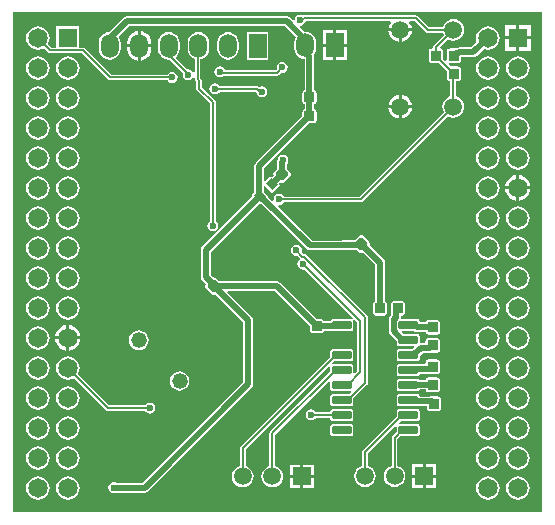
<source format=gbl>
G04*
G04 #@! TF.GenerationSoftware,Altium Limited,Altium NEXUS,4.0.7 (54)*
G04*
G04 Layer_Physical_Order=2*
G04 Layer_Color=16711680*
%FSLAX44Y44*%
%MOMM*%
G71*
G04*
G04 #@! TF.SameCoordinates,2F636ACE-6931-4982-A4A6-23C36C612785*
G04*
G04*
G04 #@! TF.FilePolarity,Positive*
G04*
G01*
G75*
%ADD17C,0.1600*%
G04:AMPARAMS|DCode=18|XSize=0.889mm|YSize=0.889mm|CornerRadius=0.1111mm|HoleSize=0mm|Usage=FLASHONLY|Rotation=180.000|XOffset=0mm|YOffset=0mm|HoleType=Round|Shape=RoundedRectangle|*
%AMROUNDEDRECTD18*
21,1,0.8890,0.6668,0,0,180.0*
21,1,0.6668,0.8890,0,0,180.0*
1,1,0.2223,-0.3334,0.3334*
1,1,0.2223,0.3334,0.3334*
1,1,0.2223,0.3334,-0.3334*
1,1,0.2223,-0.3334,-0.3334*
%
%ADD18ROUNDEDRECTD18*%
G04:AMPARAMS|DCode=19|XSize=0.889mm|YSize=0.889mm|CornerRadius=0.1111mm|HoleSize=0mm|Usage=FLASHONLY|Rotation=270.000|XOffset=0mm|YOffset=0mm|HoleType=Round|Shape=RoundedRectangle|*
%AMROUNDEDRECTD19*
21,1,0.8890,0.6668,0,0,270.0*
21,1,0.6668,0.8890,0,0,270.0*
1,1,0.2223,-0.3334,-0.3334*
1,1,0.2223,-0.3334,0.3334*
1,1,0.2223,0.3334,0.3334*
1,1,0.2223,0.3334,-0.3334*
%
%ADD19ROUNDEDRECTD19*%
G04:AMPARAMS|DCode=23|XSize=0.889mm|YSize=0.889mm|CornerRadius=0.1111mm|HoleSize=0mm|Usage=FLASHONLY|Rotation=315.000|XOffset=0mm|YOffset=0mm|HoleType=Round|Shape=RoundedRectangle|*
%AMROUNDEDRECTD23*
21,1,0.8890,0.6668,0,0,315.0*
21,1,0.6668,0.8890,0,0,315.0*
1,1,0.2223,0.0000,-0.4715*
1,1,0.2223,-0.4715,0.0000*
1,1,0.2223,0.0000,0.4715*
1,1,0.2223,0.4715,0.0000*
%
%ADD23ROUNDEDRECTD23*%
%ADD37C,0.5000*%
%ADD38C,1.5000*%
%ADD39R,1.5000X1.5000*%
%ADD40O,1.5000X2.0000*%
%ADD41R,1.5000X2.0000*%
%ADD42C,1.3208*%
%ADD43C,1.6500*%
%ADD44R,1.6500X1.6500*%
%ADD45C,0.6000*%
G04:AMPARAMS|DCode=46|XSize=0.6mm|YSize=0.8mm|CornerRadius=0mm|HoleSize=0mm|Usage=FLASHONLY|Rotation=225.000|XOffset=0mm|YOffset=0mm|HoleType=Round|Shape=Rectangle|*
%AMROTATEDRECTD46*
4,1,4,-0.0707,0.4950,0.4950,-0.0707,0.0707,-0.4950,-0.4950,0.0707,-0.0707,0.4950,0.0*
%
%ADD46ROTATEDRECTD46*%

G04:AMPARAMS|DCode=47|XSize=0.65mm|YSize=1.65mm|CornerRadius=0.0488mm|HoleSize=0mm|Usage=FLASHONLY|Rotation=90.000|XOffset=0mm|YOffset=0mm|HoleType=Round|Shape=RoundedRectangle|*
%AMROUNDEDRECTD47*
21,1,0.6500,1.5525,0,0,90.0*
21,1,0.5525,1.6500,0,0,90.0*
1,1,0.0975,0.7763,0.2763*
1,1,0.0975,0.7763,-0.2763*
1,1,0.0975,-0.7763,-0.2763*
1,1,0.0975,-0.7763,0.2763*
%
%ADD47ROUNDEDRECTD47*%
G04:AMPARAMS|DCode=48|XSize=0.889mm|YSize=0.889mm|CornerRadius=0.1111mm|HoleSize=0mm|Usage=FLASHONLY|Rotation=45.000|XOffset=0mm|YOffset=0mm|HoleType=Round|Shape=RoundedRectangle|*
%AMROUNDEDRECTD48*
21,1,0.8890,0.6668,0,0,45.0*
21,1,0.6668,0.8890,0,0,45.0*
1,1,0.2223,0.4715,0.0000*
1,1,0.2223,0.0000,-0.4715*
1,1,0.2223,-0.4715,0.0000*
1,1,0.2223,0.0000,0.4715*
%
%ADD48ROUNDEDRECTD48*%
G36*
X451820Y4180D02*
X4180D01*
Y427820D01*
X451820D01*
Y4180D01*
D02*
G37*
%LPC*%
G36*
X247250Y425690D02*
X245455Y425333D01*
X243934Y424316D01*
X242917Y422795D01*
X242596Y421183D01*
X242003Y420840D01*
X241335Y420648D01*
X239027Y422956D01*
X237671Y423862D01*
X236071Y424180D01*
X100500D01*
X98900Y423862D01*
X97544Y422956D01*
X85443Y410855D01*
X83624Y410616D01*
X81411Y409699D01*
X79510Y408240D01*
X78051Y406339D01*
X77134Y404126D01*
X76821Y401750D01*
Y396750D01*
X77134Y394374D01*
X78051Y392161D01*
X79510Y390260D01*
X81411Y388801D01*
X83624Y387884D01*
X86000Y387571D01*
X88376Y387884D01*
X90589Y388801D01*
X92490Y390260D01*
X93949Y392161D01*
X94866Y394374D01*
X95178Y396750D01*
Y401750D01*
X94866Y404126D01*
X93949Y406339D01*
X93429Y407017D01*
X102232Y415820D01*
X234339D01*
X243483Y406676D01*
X242634Y404626D01*
X242321Y402250D01*
Y397250D01*
X242634Y394874D01*
X243551Y392661D01*
X245010Y390760D01*
X246911Y389301D01*
X249124Y388384D01*
X250830Y388160D01*
Y361680D01*
X250618Y361638D01*
X249722Y361039D01*
X249122Y360142D01*
X248912Y359084D01*
Y352416D01*
X249122Y351358D01*
X249722Y350462D01*
X250618Y349862D01*
X250830Y349820D01*
Y345930D01*
X250618Y345888D01*
X249722Y345289D01*
X249122Y344392D01*
X248912Y343334D01*
Y339814D01*
X209387Y300289D01*
X208481Y298933D01*
X208163Y297333D01*
Y275332D01*
X205838Y273007D01*
X206842Y272003D01*
X164294Y229456D01*
X163388Y228100D01*
X163070Y226500D01*
Y203500D01*
X163388Y201900D01*
X164294Y200544D01*
X167274Y197564D01*
X166843Y196920D01*
X166633Y195862D01*
X166843Y194804D01*
X167442Y193907D01*
X172157Y189193D01*
X173054Y188593D01*
X174112Y188383D01*
X175170Y188593D01*
X175349Y188713D01*
X198975Y165087D01*
Y114636D01*
X113769Y29430D01*
X91524D01*
X91295Y29583D01*
X89500Y29940D01*
X87705Y29583D01*
X86184Y28566D01*
X85167Y27045D01*
X84810Y25250D01*
X85167Y23455D01*
X86184Y21934D01*
X87705Y20917D01*
X89500Y20560D01*
X91295Y20917D01*
X91524Y21070D01*
X115500D01*
X117100Y21388D01*
X118456Y22294D01*
X206111Y109949D01*
X207017Y111305D01*
X207335Y112905D01*
Y166819D01*
X207017Y168418D01*
X206111Y169775D01*
X185377Y190508D01*
X185863Y191681D01*
X225657D01*
X255152Y162186D01*
Y158666D01*
X255362Y157608D01*
X255961Y156712D01*
X256858Y156112D01*
X257916Y155902D01*
X264584D01*
X265642Y156112D01*
X266539Y156712D01*
X267138Y157608D01*
X267180Y157820D01*
X276300D01*
X277504Y158059D01*
X290012D01*
X290827Y158221D01*
X291518Y158682D01*
X291979Y159373D01*
X292141Y160187D01*
Y165713D01*
X291979Y166527D01*
X291771Y166838D01*
X292758Y167648D01*
X295379Y165026D01*
Y123740D01*
X293363Y121724D01*
X292642Y121938D01*
X292141Y122298D01*
Y127612D01*
X291979Y128427D01*
X291518Y129117D01*
X290827Y129579D01*
X290012Y129741D01*
X274698D01*
X274338Y130242D01*
X274124Y130963D01*
X275820Y132659D01*
X290012D01*
X290827Y132821D01*
X291518Y133282D01*
X291979Y133973D01*
X292141Y134788D01*
Y140312D01*
X291979Y141127D01*
X291518Y141818D01*
X290827Y142279D01*
X290012Y142441D01*
X274487D01*
X273673Y142279D01*
X272983Y141818D01*
X272521Y141127D01*
X272359Y140312D01*
Y136120D01*
X196770Y60530D01*
X196239Y59736D01*
X196053Y58800D01*
Y43586D01*
X193911Y42699D01*
X192010Y41240D01*
X190551Y39339D01*
X189634Y37126D01*
X189321Y34750D01*
X189634Y32374D01*
X190551Y30161D01*
X192010Y28260D01*
X193911Y26801D01*
X196124Y25884D01*
X198500Y25571D01*
X200875Y25884D01*
X203089Y26801D01*
X204990Y28260D01*
X206449Y30161D01*
X207366Y32374D01*
X207679Y34750D01*
X207366Y37126D01*
X206449Y39339D01*
X204990Y41240D01*
X203089Y42699D01*
X200947Y43586D01*
Y57786D01*
X271136Y127976D01*
X271858Y127762D01*
X272359Y127402D01*
Y123420D01*
X221770Y72830D01*
X221239Y72036D01*
X221053Y71100D01*
Y43586D01*
X218911Y42699D01*
X217010Y41240D01*
X215551Y39339D01*
X214634Y37126D01*
X214321Y34750D01*
X214634Y32374D01*
X215551Y30161D01*
X217010Y28260D01*
X218911Y26801D01*
X221124Y25884D01*
X223500Y25571D01*
X225875Y25884D01*
X228089Y26801D01*
X229990Y28260D01*
X231449Y30161D01*
X232366Y32374D01*
X232679Y34750D01*
X232366Y37126D01*
X231449Y39339D01*
X229990Y41240D01*
X228089Y42699D01*
X225947Y43586D01*
Y70086D01*
X271136Y115276D01*
X271858Y115062D01*
X272359Y114703D01*
Y109388D01*
X272521Y108573D01*
X272983Y107882D01*
X273673Y107421D01*
X274487Y107259D01*
X289802D01*
X290161Y106758D01*
X290376Y106037D01*
X288680Y104341D01*
X274487D01*
X273673Y104179D01*
X272983Y103717D01*
X272521Y103027D01*
X272359Y102212D01*
Y96687D01*
X272521Y95873D01*
X272983Y95183D01*
X273673Y94721D01*
X274487Y94559D01*
X290012D01*
X290827Y94721D01*
X291518Y95183D01*
X291979Y95873D01*
X292141Y96687D01*
Y100880D01*
X303680Y112420D01*
X304211Y113214D01*
X304397Y114150D01*
Y169552D01*
X304211Y170489D01*
X303680Y171283D01*
X252321Y222642D01*
X251528Y223172D01*
X250591Y223358D01*
X250102D01*
X248486Y224974D01*
X248690Y226000D01*
X248333Y227795D01*
X247316Y229316D01*
X245795Y230333D01*
X244000Y230690D01*
X242205Y230333D01*
X240684Y229316D01*
X239667Y227795D01*
X239310Y226000D01*
X239667Y224205D01*
X240684Y222684D01*
X242205Y221667D01*
X244000Y221310D01*
X245026Y221514D01*
X246808Y219731D01*
X246752Y218236D01*
X246672Y218112D01*
X246121Y217744D01*
X245105Y216223D01*
X244748Y214428D01*
X245105Y212633D01*
X246121Y211112D01*
X247643Y210095D01*
X249438Y209738D01*
X250463Y209942D01*
X291947Y168458D01*
X291138Y167471D01*
X290827Y167679D01*
X290012Y167841D01*
X274487D01*
X273673Y167679D01*
X272983Y167218D01*
X272521Y166527D01*
X272452Y166180D01*
X267180D01*
X267138Y166392D01*
X266539Y167288D01*
X265642Y167888D01*
X264584Y168098D01*
X261064D01*
X230344Y198818D01*
X228988Y199724D01*
X227388Y200042D01*
X178556D01*
X176067Y202531D01*
X175170Y203130D01*
X174112Y203341D01*
X173452Y203210D01*
X171430Y205232D01*
Y224769D01*
X212753Y266092D01*
X213757Y265088D01*
X214254Y265584D01*
X252544Y227294D01*
X253900Y226388D01*
X255500Y226070D01*
X282500D01*
X283757Y226320D01*
X295249D01*
X295505Y226371D01*
X297045Y224831D01*
X297942Y224231D01*
X299000Y224021D01*
X300058Y224231D01*
X300237Y224351D01*
X310555Y214033D01*
Y182986D01*
X310344Y182944D01*
X309447Y182345D01*
X308848Y181448D01*
X308638Y180390D01*
Y173722D01*
X308848Y172665D01*
X309447Y171768D01*
X310344Y171168D01*
X311402Y170958D01*
X318069D01*
X319127Y171168D01*
X320024Y171768D01*
X320623Y172665D01*
X320834Y173722D01*
Y180390D01*
X320623Y181448D01*
X320024Y182345D01*
X319127Y182944D01*
X318916Y182986D01*
Y215764D01*
X318598Y217364D01*
X317691Y218720D01*
X306149Y230263D01*
X306269Y230442D01*
X306479Y231500D01*
X306269Y232558D01*
X305669Y233455D01*
X300955Y238169D01*
X300058Y238769D01*
X299000Y238979D01*
X297942Y238769D01*
X297045Y238169D01*
X295002Y236126D01*
X294886Y236049D01*
X293518Y234680D01*
X282750D01*
X281493Y234430D01*
X257232D01*
X228160Y263502D01*
X228786Y264672D01*
X229350Y264560D01*
X231145Y264917D01*
X232666Y265934D01*
X233247Y266803D01*
X298250D01*
X299186Y266989D01*
X299980Y267520D01*
X372232Y339772D01*
X374374Y338884D01*
X376750Y338572D01*
X379126Y338884D01*
X381339Y339801D01*
X383240Y341260D01*
X384699Y343161D01*
X385616Y345374D01*
X385928Y347750D01*
X385616Y350126D01*
X384699Y352339D01*
X383240Y354240D01*
X381339Y355699D01*
X379197Y356586D01*
Y369652D01*
X380704D01*
X381762Y369862D01*
X382659Y370462D01*
X383258Y371358D01*
X383468Y372416D01*
Y379084D01*
X383258Y380142D01*
X382659Y381039D01*
X381762Y381638D01*
X380704Y381848D01*
X374613D01*
X372622Y383839D01*
X373248Y385009D01*
X373786Y384902D01*
X380454D01*
X381512Y385112D01*
X382408Y385712D01*
X383008Y386608D01*
X383218Y387666D01*
Y389370D01*
X383517Y389570D01*
X393750D01*
X395350Y389888D01*
X396706Y390794D01*
X402641Y396730D01*
X403429Y396404D01*
X406000Y396065D01*
X408571Y396404D01*
X410967Y397396D01*
X413025Y398975D01*
X414604Y401032D01*
X415597Y403429D01*
X415935Y406000D01*
X415597Y408571D01*
X414604Y410968D01*
X413025Y413025D01*
X410967Y414604D01*
X408571Y415597D01*
X406000Y415935D01*
X403429Y415597D01*
X401032Y414604D01*
X398975Y413025D01*
X397396Y410968D01*
X396404Y408571D01*
X396065Y406000D01*
X396404Y403429D01*
X396730Y402641D01*
X392019Y397930D01*
X381994D01*
X380394Y397612D01*
X379666Y397125D01*
X379065D01*
X378928Y397098D01*
X373786D01*
X372728Y396888D01*
X371832Y396288D01*
X371232Y395392D01*
X371022Y394334D01*
Y387666D01*
X371129Y387128D01*
X369959Y386502D01*
X367978Y388483D01*
Y394334D01*
X367768Y395392D01*
X367169Y396288D01*
X366272Y396888D01*
X366166Y396909D01*
X365747Y398287D01*
X372232Y404772D01*
X374374Y403884D01*
X376750Y403572D01*
X379126Y403884D01*
X381339Y404801D01*
X383240Y406260D01*
X384699Y408161D01*
X385616Y410374D01*
X385928Y412750D01*
X385616Y415126D01*
X384699Y417339D01*
X383240Y419240D01*
X381339Y420699D01*
X379126Y421616D01*
X376750Y421928D01*
X374374Y421616D01*
X372161Y420699D01*
X370260Y419240D01*
X368801Y417339D01*
X367914Y415197D01*
X356350D01*
X347167Y424380D01*
X346373Y424911D01*
X345437Y425097D01*
X250091D01*
X249557Y424991D01*
X249045Y425333D01*
X247250Y425690D01*
D02*
G37*
G36*
X442190Y416790D02*
X432670D01*
Y407270D01*
X442190D01*
Y416790D01*
D02*
G37*
G36*
X430130D02*
X420610D01*
Y407270D01*
X430130D01*
Y416790D01*
D02*
G37*
G36*
X112270Y411709D02*
Y400520D01*
X121127D01*
Y401750D01*
X120782Y404371D01*
X119770Y406813D01*
X118161Y408911D01*
X116063Y410520D01*
X113621Y411532D01*
X112270Y411709D01*
D02*
G37*
G36*
X109730Y411710D02*
X108379Y411532D01*
X105937Y410520D01*
X103839Y408911D01*
X102230Y406813D01*
X101218Y404371D01*
X100873Y401750D01*
Y400520D01*
X109730D01*
Y411710D01*
D02*
G37*
G36*
X442190Y404730D02*
X432670D01*
Y395210D01*
X442190D01*
Y404730D01*
D02*
G37*
G36*
X430130D02*
X420610D01*
Y395210D01*
X430130D01*
Y404730D01*
D02*
G37*
G36*
X220100Y410850D02*
X201900D01*
Y387650D01*
X220100D01*
Y410850D01*
D02*
G37*
G36*
X186000Y410928D02*
X183624Y410616D01*
X181411Y409699D01*
X179510Y408240D01*
X178051Y406339D01*
X177134Y404126D01*
X176821Y401750D01*
Y396750D01*
X177134Y394374D01*
X178051Y392161D01*
X179510Y390260D01*
X181411Y388801D01*
X183624Y387884D01*
X186000Y387571D01*
X188376Y387884D01*
X190589Y388801D01*
X192490Y390260D01*
X193949Y392161D01*
X194866Y394374D01*
X195179Y396750D01*
Y401750D01*
X194866Y404126D01*
X193949Y406339D01*
X192490Y408240D01*
X190589Y409699D01*
X188376Y410616D01*
X186000Y410928D01*
D02*
G37*
G36*
X121127Y397980D02*
X112270D01*
Y386791D01*
X113621Y386968D01*
X116063Y387980D01*
X118161Y389589D01*
X119770Y391687D01*
X120782Y394129D01*
X121127Y396750D01*
Y397980D01*
D02*
G37*
G36*
X109730D02*
X100873D01*
Y396750D01*
X101218Y394129D01*
X102230Y391687D01*
X103839Y389589D01*
X105937Y387980D01*
X108379Y386968D01*
X109730Y386791D01*
Y397980D01*
D02*
G37*
G36*
X232000Y385690D02*
X230205Y385333D01*
X228684Y384316D01*
X227667Y382795D01*
X227310Y381000D01*
X227514Y379975D01*
X226486Y378947D01*
X183353D01*
X183333Y379045D01*
X182316Y380566D01*
X180795Y381583D01*
X179000Y381940D01*
X177205Y381583D01*
X175684Y380566D01*
X174667Y379045D01*
X174310Y377250D01*
X174667Y375455D01*
X175684Y373934D01*
X177205Y372917D01*
X179000Y372560D01*
X180795Y372917D01*
X182316Y373934D01*
X182396Y374053D01*
X227500D01*
X228436Y374239D01*
X229230Y374770D01*
X230974Y376514D01*
X232000Y376310D01*
X233795Y376667D01*
X235316Y377684D01*
X236333Y379205D01*
X236690Y381000D01*
X236333Y382795D01*
X235316Y384316D01*
X233795Y385333D01*
X232000Y385690D01*
D02*
G37*
G36*
X161000Y410928D02*
X158624Y410616D01*
X156411Y409699D01*
X154510Y408240D01*
X153051Y406339D01*
X152134Y404126D01*
X151821Y401750D01*
Y396750D01*
X152134Y394374D01*
X153051Y392161D01*
X154510Y390260D01*
X156411Y388801D01*
X157803Y388224D01*
Y377246D01*
X156626Y376606D01*
X156533Y376620D01*
X155566Y378066D01*
X154045Y379083D01*
X152250Y379440D01*
X151519Y379295D01*
X142076Y388738D01*
X142159Y390005D01*
X142490Y390260D01*
X143949Y392161D01*
X144866Y394374D01*
X145178Y396750D01*
Y401750D01*
X144866Y404126D01*
X143949Y406339D01*
X142490Y408240D01*
X140589Y409699D01*
X138376Y410616D01*
X136000Y410928D01*
X133624Y410616D01*
X131411Y409699D01*
X129510Y408240D01*
X128051Y406339D01*
X127134Y404126D01*
X126821Y401750D01*
Y396750D01*
X127134Y394374D01*
X128051Y392161D01*
X129510Y390260D01*
X131411Y388801D01*
X133624Y387884D01*
X136000Y387571D01*
X136284Y387609D01*
X147823Y376070D01*
X147560Y374750D01*
X147917Y372955D01*
X148934Y371434D01*
X150455Y370417D01*
X152250Y370060D01*
X154045Y370417D01*
X155566Y371434D01*
X156533Y372880D01*
X156626Y372894D01*
X157803Y372254D01*
Y371000D01*
X157989Y370064D01*
X158520Y369270D01*
X159303Y368486D01*
Y363000D01*
X159489Y362064D01*
X160020Y361270D01*
X170803Y350486D01*
Y250897D01*
X169934Y250316D01*
X168917Y248795D01*
X168560Y247000D01*
X168917Y245205D01*
X169934Y243684D01*
X171455Y242667D01*
X173250Y242310D01*
X175045Y242667D01*
X176566Y243684D01*
X177583Y245205D01*
X177940Y247000D01*
X177583Y248795D01*
X176566Y250316D01*
X175697Y250897D01*
Y351500D01*
X175511Y352436D01*
X174980Y353230D01*
X164197Y364014D01*
Y369500D01*
X164011Y370436D01*
X163480Y371230D01*
X162697Y372014D01*
Y387795D01*
X163376Y387884D01*
X165589Y388801D01*
X167490Y390260D01*
X168949Y392161D01*
X169866Y394374D01*
X170179Y396750D01*
Y401750D01*
X169866Y404126D01*
X168949Y406339D01*
X167490Y408240D01*
X165589Y409699D01*
X163376Y410616D01*
X161000Y410928D01*
D02*
G37*
G36*
X431400Y390535D02*
X428829Y390196D01*
X426432Y389204D01*
X424375Y387625D01*
X422796Y385568D01*
X421804Y383171D01*
X421465Y380600D01*
X421804Y378029D01*
X422796Y375633D01*
X424375Y373575D01*
X426432Y371996D01*
X428829Y371004D01*
X431400Y370665D01*
X433971Y371004D01*
X436367Y371996D01*
X438425Y373575D01*
X440004Y375633D01*
X440997Y378029D01*
X441335Y380600D01*
X440997Y383171D01*
X440004Y385568D01*
X438425Y387625D01*
X436367Y389204D01*
X433971Y390196D01*
X431400Y390535D01*
D02*
G37*
G36*
X406000D02*
X403429Y390196D01*
X401032Y389204D01*
X398975Y387625D01*
X397396Y385568D01*
X396404Y383171D01*
X396065Y380600D01*
X396404Y378029D01*
X397396Y375633D01*
X398975Y373575D01*
X401032Y371996D01*
X403429Y371004D01*
X406000Y370665D01*
X408571Y371004D01*
X410967Y371996D01*
X413025Y373575D01*
X414604Y375633D01*
X415597Y378029D01*
X415935Y380600D01*
X415597Y383171D01*
X414604Y385568D01*
X413025Y387625D01*
X410967Y389204D01*
X408571Y390196D01*
X406000Y390535D01*
D02*
G37*
G36*
X50400D02*
X47829Y390196D01*
X45433Y389204D01*
X43375Y387625D01*
X41796Y385568D01*
X40804Y383171D01*
X40465Y380600D01*
X40804Y378029D01*
X41796Y375633D01*
X43375Y373575D01*
X45433Y371996D01*
X47829Y371004D01*
X50400Y370665D01*
X52971Y371004D01*
X55367Y371996D01*
X57425Y373575D01*
X59004Y375633D01*
X59997Y378029D01*
X60335Y380600D01*
X59997Y383171D01*
X59004Y385568D01*
X57425Y387625D01*
X55367Y389204D01*
X52971Y390196D01*
X50400Y390535D01*
D02*
G37*
G36*
X25000D02*
X22429Y390196D01*
X20032Y389204D01*
X17975Y387625D01*
X16396Y385568D01*
X15404Y383171D01*
X15065Y380600D01*
X15404Y378029D01*
X16396Y375633D01*
X17975Y373575D01*
X20032Y371996D01*
X22429Y371004D01*
X25000Y370665D01*
X27571Y371004D01*
X29968Y371996D01*
X32025Y373575D01*
X33604Y375633D01*
X34597Y378029D01*
X34935Y380600D01*
X34597Y383171D01*
X33604Y385568D01*
X32025Y387625D01*
X29968Y389204D01*
X27571Y390196D01*
X25000Y390535D01*
D02*
G37*
G36*
Y415935D02*
X22429Y415597D01*
X20032Y414604D01*
X17975Y413025D01*
X16396Y410967D01*
X15404Y408571D01*
X15065Y406000D01*
X15404Y403429D01*
X16396Y401032D01*
X17975Y398975D01*
X20032Y397396D01*
X22429Y396404D01*
X25000Y396065D01*
X27571Y396404D01*
X29968Y397396D01*
X30067Y397472D01*
X33920Y393620D01*
X34713Y393089D01*
X35650Y392903D01*
X62386D01*
X84520Y370770D01*
X85314Y370239D01*
X86250Y370053D01*
X134853D01*
X135434Y369184D01*
X136955Y368167D01*
X138750Y367810D01*
X140545Y368167D01*
X142066Y369184D01*
X143083Y370705D01*
X143440Y372500D01*
X143083Y374295D01*
X142066Y375816D01*
X140545Y376833D01*
X138750Y377190D01*
X136955Y376833D01*
X135434Y375816D01*
X134853Y374947D01*
X87264D01*
X65130Y397080D01*
X64336Y397611D01*
X63400Y397797D01*
X60250D01*
Y415850D01*
X40550D01*
Y397797D01*
X36664D01*
X33528Y400933D01*
X33604Y401032D01*
X34597Y403429D01*
X34935Y406000D01*
X34597Y408571D01*
X33604Y410967D01*
X32025Y413025D01*
X29968Y414604D01*
X27571Y415597D01*
X25000Y415935D01*
D02*
G37*
G36*
X175000Y367690D02*
X173205Y367333D01*
X171684Y366316D01*
X170667Y364795D01*
X170310Y363000D01*
X170667Y361205D01*
X171684Y359684D01*
X173205Y358667D01*
X175000Y358310D01*
X176795Y358667D01*
X178316Y359684D01*
X178897Y360553D01*
X208586D01*
X209810Y360250D01*
X210167Y358455D01*
X211184Y356934D01*
X212705Y355917D01*
X214500Y355560D01*
X216295Y355917D01*
X217816Y356934D01*
X218833Y358455D01*
X219190Y360250D01*
X218833Y362045D01*
X217816Y363566D01*
X216295Y364583D01*
X214500Y364940D01*
X212705Y364583D01*
X212544Y364476D01*
X212290Y364730D01*
X211496Y365261D01*
X210559Y365447D01*
X178897D01*
X178316Y366316D01*
X176795Y367333D01*
X175000Y367690D01*
D02*
G37*
G36*
X25000Y365135D02*
X22429Y364796D01*
X20032Y363804D01*
X17975Y362225D01*
X16396Y360168D01*
X15404Y357771D01*
X15065Y355200D01*
X15404Y352629D01*
X16396Y350233D01*
X17975Y348175D01*
X20032Y346596D01*
X22429Y345604D01*
X25000Y345265D01*
X27571Y345604D01*
X29968Y346596D01*
X32025Y348175D01*
X33604Y350233D01*
X34597Y352629D01*
X34935Y355200D01*
X34597Y357771D01*
X33604Y360168D01*
X32025Y362225D01*
X29968Y363804D01*
X27571Y364796D01*
X25000Y365135D01*
D02*
G37*
G36*
X431400Y365135D02*
X428829Y364796D01*
X426432Y363804D01*
X424375Y362225D01*
X422796Y360168D01*
X421804Y357771D01*
X421465Y355200D01*
X421804Y352629D01*
X422796Y350233D01*
X424375Y348175D01*
X426432Y346596D01*
X428829Y345604D01*
X431400Y345265D01*
X433971Y345604D01*
X436367Y346596D01*
X438425Y348175D01*
X440004Y350233D01*
X440997Y352629D01*
X441335Y355200D01*
X440997Y357771D01*
X440004Y360168D01*
X438425Y362225D01*
X436367Y363804D01*
X433971Y364796D01*
X431400Y365135D01*
D02*
G37*
G36*
X406000D02*
X403429Y364796D01*
X401032Y363804D01*
X398975Y362225D01*
X397396Y360168D01*
X396404Y357771D01*
X396065Y355200D01*
X396404Y352629D01*
X397396Y350233D01*
X398975Y348175D01*
X401032Y346596D01*
X403429Y345604D01*
X406000Y345265D01*
X408571Y345604D01*
X410967Y346596D01*
X413025Y348175D01*
X414604Y350233D01*
X415597Y352629D01*
X415935Y355200D01*
X415597Y357771D01*
X414604Y360168D01*
X413025Y362225D01*
X410967Y363804D01*
X408571Y364796D01*
X406000Y365135D01*
D02*
G37*
G36*
X50400D02*
X47829Y364796D01*
X45433Y363804D01*
X43375Y362225D01*
X41796Y360168D01*
X40803Y357771D01*
X40465Y355200D01*
X40803Y352629D01*
X41796Y350233D01*
X43375Y348175D01*
X45433Y346596D01*
X47829Y345604D01*
X50400Y345265D01*
X52971Y345604D01*
X55367Y346596D01*
X57425Y348175D01*
X59004Y350233D01*
X59996Y352629D01*
X60335Y355200D01*
X59996Y357771D01*
X59004Y360168D01*
X57425Y362225D01*
X55367Y363804D01*
X52971Y364796D01*
X50400Y365135D01*
D02*
G37*
G36*
X50400Y339735D02*
X47829Y339397D01*
X45433Y338404D01*
X43375Y336825D01*
X41796Y334767D01*
X40803Y332371D01*
X40465Y329800D01*
X40803Y327229D01*
X41796Y324833D01*
X43375Y322775D01*
X45433Y321196D01*
X47829Y320204D01*
X50400Y319865D01*
X52971Y320204D01*
X55367Y321196D01*
X57425Y322775D01*
X59004Y324833D01*
X59996Y327229D01*
X60335Y329800D01*
X59996Y332371D01*
X59004Y334767D01*
X57425Y336825D01*
X55367Y338404D01*
X52971Y339397D01*
X50400Y339735D01*
D02*
G37*
G36*
X406000Y339735D02*
X403429Y339397D01*
X401032Y338404D01*
X398975Y336825D01*
X397396Y334767D01*
X396404Y332371D01*
X396065Y329800D01*
X396404Y327229D01*
X397396Y324832D01*
X398975Y322775D01*
X401032Y321196D01*
X403429Y320204D01*
X406000Y319865D01*
X408571Y320204D01*
X410967Y321196D01*
X413025Y322775D01*
X414604Y324832D01*
X415597Y327229D01*
X415935Y329800D01*
X415597Y332371D01*
X414604Y334767D01*
X413025Y336825D01*
X410967Y338404D01*
X408571Y339397D01*
X406000Y339735D01*
D02*
G37*
G36*
X431400Y339735D02*
X428829Y339396D01*
X426432Y338404D01*
X424375Y336825D01*
X422796Y334767D01*
X421804Y332371D01*
X421465Y329800D01*
X421804Y327229D01*
X422796Y324832D01*
X424375Y322775D01*
X426432Y321196D01*
X428829Y320204D01*
X431400Y319865D01*
X433971Y320204D01*
X436367Y321196D01*
X438425Y322775D01*
X440004Y324832D01*
X440997Y327229D01*
X441335Y329800D01*
X440997Y332371D01*
X440004Y334767D01*
X438425Y336825D01*
X436367Y338404D01*
X433971Y339396D01*
X431400Y339735D01*
D02*
G37*
G36*
X25000D02*
X22429Y339396D01*
X20032Y338404D01*
X17975Y336825D01*
X16396Y334767D01*
X15404Y332371D01*
X15065Y329800D01*
X15404Y327229D01*
X16396Y324832D01*
X17975Y322775D01*
X20032Y321196D01*
X22429Y320204D01*
X25000Y319865D01*
X27571Y320204D01*
X29968Y321196D01*
X32025Y322775D01*
X33604Y324832D01*
X34597Y327229D01*
X34935Y329800D01*
X34597Y332371D01*
X33604Y334767D01*
X32025Y336825D01*
X29968Y338404D01*
X27571Y339396D01*
X25000Y339735D01*
D02*
G37*
G36*
Y314335D02*
X22429Y313997D01*
X20033Y313004D01*
X17975Y311425D01*
X16396Y309368D01*
X15404Y306971D01*
X15065Y304400D01*
X15404Y301829D01*
X16396Y299433D01*
X17975Y297375D01*
X20033Y295796D01*
X22429Y294804D01*
X25000Y294465D01*
X27571Y294804D01*
X29968Y295796D01*
X32025Y297375D01*
X33604Y299433D01*
X34597Y301829D01*
X34935Y304400D01*
X34597Y306971D01*
X33604Y309368D01*
X32025Y311425D01*
X29968Y313004D01*
X27571Y313997D01*
X25000Y314335D01*
D02*
G37*
G36*
X431400Y314335D02*
X428829Y313996D01*
X426432Y313004D01*
X424375Y311425D01*
X422796Y309368D01*
X421804Y306971D01*
X421465Y304400D01*
X421804Y301829D01*
X422796Y299433D01*
X424375Y297375D01*
X426432Y295796D01*
X428829Y294804D01*
X431400Y294465D01*
X433971Y294804D01*
X436367Y295796D01*
X438425Y297375D01*
X440004Y299433D01*
X440996Y301829D01*
X441335Y304400D01*
X440996Y306971D01*
X440004Y309368D01*
X438425Y311425D01*
X436367Y313004D01*
X433971Y313996D01*
X431400Y314335D01*
D02*
G37*
G36*
X406000D02*
X403429Y313996D01*
X401032Y313004D01*
X398975Y311425D01*
X397396Y309368D01*
X396404Y306971D01*
X396065Y304400D01*
X396404Y301829D01*
X397396Y299433D01*
X398975Y297375D01*
X401032Y295796D01*
X403429Y294804D01*
X406000Y294465D01*
X408571Y294804D01*
X410967Y295796D01*
X413025Y297375D01*
X414604Y299433D01*
X415597Y301829D01*
X415935Y304400D01*
X415597Y306971D01*
X414604Y309368D01*
X413025Y311425D01*
X410967Y313004D01*
X408571Y313996D01*
X406000Y314335D01*
D02*
G37*
G36*
X50400D02*
X47829Y313996D01*
X45432Y313004D01*
X43375Y311425D01*
X41796Y309368D01*
X40803Y306971D01*
X40465Y304400D01*
X40803Y301829D01*
X41796Y299433D01*
X43375Y297375D01*
X45432Y295796D01*
X47829Y294804D01*
X50400Y294465D01*
X52971Y294804D01*
X55367Y295796D01*
X57425Y297375D01*
X59004Y299433D01*
X59996Y301829D01*
X60335Y304400D01*
X59996Y306971D01*
X59004Y309368D01*
X57425Y311425D01*
X55367Y313004D01*
X52971Y313996D01*
X50400Y314335D01*
D02*
G37*
G36*
X432670Y289716D02*
Y280270D01*
X442116D01*
X441912Y281817D01*
X440825Y284442D01*
X439095Y286695D01*
X436842Y288425D01*
X434217Y289512D01*
X432670Y289716D01*
D02*
G37*
G36*
X430130D02*
X428583Y289512D01*
X425959Y288425D01*
X423704Y286695D01*
X421975Y284442D01*
X420888Y281817D01*
X420684Y280270D01*
X430130D01*
Y289716D01*
D02*
G37*
G36*
X406000Y288935D02*
X403429Y288596D01*
X401032Y287604D01*
X398975Y286025D01*
X397396Y283967D01*
X396404Y281571D01*
X396065Y279000D01*
X396404Y276429D01*
X397396Y274032D01*
X398975Y271975D01*
X401032Y270396D01*
X403429Y269404D01*
X406000Y269065D01*
X408571Y269404D01*
X410967Y270396D01*
X413025Y271975D01*
X414604Y274032D01*
X415597Y276429D01*
X415935Y279000D01*
X415597Y281571D01*
X414604Y283967D01*
X413025Y286025D01*
X410967Y287604D01*
X408571Y288596D01*
X406000Y288935D01*
D02*
G37*
G36*
X50400D02*
X47829Y288596D01*
X45433Y287604D01*
X43375Y286025D01*
X41796Y283967D01*
X40804Y281571D01*
X40465Y279000D01*
X40804Y276429D01*
X41796Y274032D01*
X43375Y271975D01*
X45433Y270396D01*
X47829Y269404D01*
X50400Y269065D01*
X52971Y269404D01*
X55367Y270396D01*
X57425Y271975D01*
X59004Y274032D01*
X59997Y276429D01*
X60335Y279000D01*
X59997Y281571D01*
X59004Y283967D01*
X57425Y286025D01*
X55367Y287604D01*
X52971Y288596D01*
X50400Y288935D01*
D02*
G37*
G36*
X25000D02*
X22429Y288596D01*
X20032Y287604D01*
X17975Y286025D01*
X16396Y283967D01*
X15404Y281571D01*
X15065Y279000D01*
X15404Y276429D01*
X16396Y274032D01*
X17975Y271975D01*
X20032Y270396D01*
X22429Y269404D01*
X25000Y269065D01*
X27571Y269404D01*
X29968Y270396D01*
X32025Y271975D01*
X33604Y274032D01*
X34597Y276429D01*
X34935Y279000D01*
X34597Y281571D01*
X33604Y283967D01*
X32025Y286025D01*
X29968Y287604D01*
X27571Y288596D01*
X25000Y288935D01*
D02*
G37*
G36*
X442116Y277730D02*
X432670D01*
Y268284D01*
X434217Y268488D01*
X436842Y269575D01*
X439095Y271304D01*
X440825Y273559D01*
X441912Y276183D01*
X442116Y277730D01*
D02*
G37*
G36*
X430130D02*
X420684D01*
X420888Y276183D01*
X421975Y273559D01*
X423704Y271304D01*
X425959Y269575D01*
X428583Y268488D01*
X430130Y268284D01*
Y277730D01*
D02*
G37*
G36*
X431400Y263535D02*
X428829Y263197D01*
X426432Y262204D01*
X424375Y260625D01*
X422796Y258568D01*
X421804Y256171D01*
X421465Y253600D01*
X421804Y251029D01*
X422796Y248633D01*
X424375Y246575D01*
X426432Y244996D01*
X428829Y244004D01*
X431400Y243665D01*
X433971Y244004D01*
X436367Y244996D01*
X438425Y246575D01*
X440004Y248633D01*
X440997Y251029D01*
X441335Y253600D01*
X440997Y256171D01*
X440004Y258568D01*
X438425Y260625D01*
X436367Y262204D01*
X433971Y263197D01*
X431400Y263535D01*
D02*
G37*
G36*
X406000D02*
X403429Y263197D01*
X401032Y262204D01*
X398975Y260625D01*
X397396Y258568D01*
X396404Y256171D01*
X396065Y253600D01*
X396404Y251029D01*
X397396Y248633D01*
X398975Y246575D01*
X401032Y244996D01*
X403429Y244004D01*
X406000Y243665D01*
X408571Y244004D01*
X410967Y244996D01*
X413025Y246575D01*
X414604Y248633D01*
X415597Y251029D01*
X415935Y253600D01*
X415597Y256171D01*
X414604Y258568D01*
X413025Y260625D01*
X410967Y262204D01*
X408571Y263197D01*
X406000Y263535D01*
D02*
G37*
G36*
X50400D02*
X47829Y263197D01*
X45433Y262204D01*
X43375Y260625D01*
X41796Y258568D01*
X40804Y256171D01*
X40465Y253600D01*
X40804Y251029D01*
X41796Y248633D01*
X43375Y246575D01*
X45433Y244996D01*
X47829Y244004D01*
X50400Y243665D01*
X52971Y244004D01*
X55367Y244996D01*
X57425Y246575D01*
X59004Y248633D01*
X59997Y251029D01*
X60335Y253600D01*
X59997Y256171D01*
X59004Y258568D01*
X57425Y260625D01*
X55367Y262204D01*
X52971Y263197D01*
X50400Y263535D01*
D02*
G37*
G36*
X25000D02*
X22429Y263197D01*
X20032Y262204D01*
X17975Y260625D01*
X16396Y258568D01*
X15404Y256171D01*
X15065Y253600D01*
X15404Y251029D01*
X16396Y248633D01*
X17975Y246575D01*
X20032Y244996D01*
X22429Y244004D01*
X25000Y243665D01*
X27571Y244004D01*
X29968Y244996D01*
X32025Y246575D01*
X33604Y248633D01*
X34597Y251029D01*
X34935Y253600D01*
X34597Y256171D01*
X33604Y258568D01*
X32025Y260625D01*
X29968Y262204D01*
X27571Y263197D01*
X25000Y263535D01*
D02*
G37*
G36*
X50400Y238135D02*
X47829Y237796D01*
X45433Y236804D01*
X43375Y235225D01*
X41796Y233167D01*
X40804Y230771D01*
X40465Y228200D01*
X40804Y225629D01*
X41796Y223232D01*
X43375Y221175D01*
X45433Y219596D01*
X47829Y218604D01*
X50400Y218265D01*
X52971Y218604D01*
X55367Y219596D01*
X57425Y221175D01*
X59004Y223232D01*
X59997Y225629D01*
X60335Y228200D01*
X59997Y230771D01*
X59004Y233167D01*
X57425Y235225D01*
X55367Y236804D01*
X52971Y237796D01*
X50400Y238135D01*
D02*
G37*
G36*
X431400Y238135D02*
X428829Y237796D01*
X426432Y236804D01*
X424375Y235225D01*
X422796Y233167D01*
X421804Y230771D01*
X421465Y228200D01*
X421804Y225629D01*
X422796Y223232D01*
X424375Y221175D01*
X426432Y219596D01*
X428829Y218604D01*
X431400Y218265D01*
X433971Y218604D01*
X436367Y219596D01*
X438425Y221175D01*
X440004Y223232D01*
X440997Y225629D01*
X441335Y228200D01*
X440997Y230771D01*
X440004Y233167D01*
X438425Y235225D01*
X436367Y236804D01*
X433971Y237796D01*
X431400Y238135D01*
D02*
G37*
G36*
X406000D02*
X403429Y237796D01*
X401032Y236804D01*
X398975Y235225D01*
X397396Y233167D01*
X396404Y230771D01*
X396065Y228200D01*
X396404Y225629D01*
X397396Y223232D01*
X398975Y221175D01*
X401032Y219596D01*
X403429Y218604D01*
X406000Y218265D01*
X408571Y218604D01*
X410967Y219596D01*
X413025Y221175D01*
X414604Y223232D01*
X415597Y225629D01*
X415935Y228200D01*
X415597Y230771D01*
X414604Y233167D01*
X413025Y235225D01*
X410967Y236804D01*
X408571Y237796D01*
X406000Y238135D01*
D02*
G37*
G36*
X25000Y238135D02*
X22429Y237796D01*
X20032Y236804D01*
X17975Y235225D01*
X16396Y233167D01*
X15404Y230771D01*
X15065Y228200D01*
X15404Y225629D01*
X16396Y223232D01*
X17975Y221175D01*
X20032Y219596D01*
X22429Y218603D01*
X25000Y218265D01*
X27571Y218603D01*
X29968Y219596D01*
X32025Y221175D01*
X33604Y223232D01*
X34597Y225629D01*
X34935Y228200D01*
X34597Y230771D01*
X33604Y233167D01*
X32025Y235225D01*
X29968Y236804D01*
X27571Y237796D01*
X25000Y238135D01*
D02*
G37*
G36*
X50400Y212735D02*
X47829Y212397D01*
X45433Y211404D01*
X43375Y209825D01*
X41796Y207768D01*
X40803Y205371D01*
X40465Y202800D01*
X40803Y200229D01*
X41796Y197833D01*
X43375Y195775D01*
X45433Y194196D01*
X47829Y193204D01*
X50400Y192865D01*
X52971Y193204D01*
X55367Y194196D01*
X57425Y195775D01*
X59004Y197833D01*
X59996Y200229D01*
X60335Y202800D01*
X59996Y205371D01*
X59004Y207768D01*
X57425Y209825D01*
X55367Y211404D01*
X52971Y212397D01*
X50400Y212735D01*
D02*
G37*
G36*
X431400Y212735D02*
X428829Y212397D01*
X426432Y211404D01*
X424375Y209825D01*
X422796Y207768D01*
X421804Y205371D01*
X421465Y202800D01*
X421804Y200229D01*
X422796Y197833D01*
X424375Y195775D01*
X426432Y194196D01*
X428829Y193204D01*
X431400Y192865D01*
X433971Y193204D01*
X436367Y194196D01*
X438425Y195775D01*
X440004Y197833D01*
X440996Y200229D01*
X441335Y202800D01*
X440996Y205371D01*
X440004Y207768D01*
X438425Y209825D01*
X436367Y211404D01*
X433971Y212397D01*
X431400Y212735D01*
D02*
G37*
G36*
X406000D02*
X403429Y212397D01*
X401032Y211404D01*
X398975Y209825D01*
X397396Y207768D01*
X396404Y205371D01*
X396065Y202800D01*
X396404Y200229D01*
X397396Y197833D01*
X398975Y195775D01*
X401032Y194196D01*
X403429Y193204D01*
X406000Y192865D01*
X408571Y193204D01*
X410967Y194196D01*
X413025Y195775D01*
X414604Y197833D01*
X415597Y200229D01*
X415935Y202800D01*
X415597Y205371D01*
X414604Y207768D01*
X413025Y209825D01*
X410967Y211404D01*
X408571Y212397D01*
X406000Y212735D01*
D02*
G37*
G36*
X25000Y212735D02*
X22429Y212396D01*
X20032Y211404D01*
X17975Y209825D01*
X16396Y207768D01*
X15404Y205371D01*
X15065Y202800D01*
X15404Y200229D01*
X16396Y197833D01*
X17975Y195775D01*
X20032Y194196D01*
X22429Y193204D01*
X25000Y192865D01*
X27571Y193204D01*
X29968Y194196D01*
X32025Y195775D01*
X33604Y197833D01*
X34597Y200229D01*
X34935Y202800D01*
X34597Y205371D01*
X33604Y207768D01*
X32025Y209825D01*
X29968Y211404D01*
X27571Y212396D01*
X25000Y212735D01*
D02*
G37*
G36*
X406000Y187335D02*
X403429Y186996D01*
X401032Y186004D01*
X398975Y184425D01*
X397396Y182368D01*
X396404Y179971D01*
X396065Y177400D01*
X396404Y174829D01*
X397396Y172432D01*
X398975Y170375D01*
X401032Y168796D01*
X403429Y167804D01*
X406000Y167465D01*
X408571Y167804D01*
X410967Y168796D01*
X413025Y170375D01*
X414604Y172432D01*
X415597Y174829D01*
X415935Y177400D01*
X415597Y179971D01*
X414604Y182368D01*
X413025Y184425D01*
X410967Y186004D01*
X408571Y186996D01*
X406000Y187335D01*
D02*
G37*
G36*
X431400Y187335D02*
X428829Y186996D01*
X426432Y186004D01*
X424375Y184425D01*
X422796Y182367D01*
X421804Y179971D01*
X421465Y177400D01*
X421804Y174829D01*
X422796Y172432D01*
X424375Y170375D01*
X426432Y168796D01*
X428829Y167804D01*
X431400Y167465D01*
X433971Y167804D01*
X436367Y168796D01*
X438425Y170375D01*
X440004Y172432D01*
X440997Y174829D01*
X441335Y177400D01*
X440997Y179971D01*
X440004Y182367D01*
X438425Y184425D01*
X436367Y186004D01*
X433971Y186996D01*
X431400Y187335D01*
D02*
G37*
G36*
X50400D02*
X47829Y186996D01*
X45433Y186004D01*
X43375Y184425D01*
X41796Y182367D01*
X40804Y179971D01*
X40465Y177400D01*
X40804Y174829D01*
X41796Y172432D01*
X43375Y170375D01*
X45433Y168796D01*
X47829Y167804D01*
X50400Y167465D01*
X52971Y167804D01*
X55367Y168796D01*
X57425Y170375D01*
X59004Y172432D01*
X59997Y174829D01*
X60335Y177400D01*
X59997Y179971D01*
X59004Y182367D01*
X57425Y184425D01*
X55367Y186004D01*
X52971Y186996D01*
X50400Y187335D01*
D02*
G37*
G36*
X25000D02*
X22429Y186996D01*
X20032Y186004D01*
X17975Y184425D01*
X16396Y182367D01*
X15404Y179971D01*
X15065Y177400D01*
X15404Y174829D01*
X16396Y172432D01*
X17975Y170375D01*
X20032Y168796D01*
X22429Y167804D01*
X25000Y167465D01*
X27571Y167804D01*
X29968Y168796D01*
X32025Y170375D01*
X33604Y172432D01*
X34597Y174829D01*
X34935Y177400D01*
X34597Y179971D01*
X33604Y182367D01*
X32025Y184425D01*
X29968Y186004D01*
X27571Y186996D01*
X25000Y187335D01*
D02*
G37*
G36*
X333309Y183154D02*
X326642D01*
X325584Y182944D01*
X324687Y182345D01*
X324088Y181448D01*
X323877Y180390D01*
Y175248D01*
X323850Y175111D01*
Y170975D01*
X323444Y170569D01*
X322538Y169212D01*
X322220Y167613D01*
Y157600D01*
X322538Y156000D01*
X323444Y154644D01*
X328859Y149229D01*
Y147487D01*
X329021Y146673D01*
X329482Y145983D01*
X330173Y145521D01*
X330988Y145359D01*
X343488D01*
X343974Y144186D01*
X342229Y142441D01*
X330988D01*
X330173Y142279D01*
X329482Y141818D01*
X329021Y141127D01*
X328859Y140312D01*
Y134788D01*
X329021Y133973D01*
X329482Y133282D01*
X330173Y132821D01*
X330988Y132659D01*
X346512D01*
X347327Y132821D01*
X348018Y133282D01*
X348479Y133973D01*
X348641Y134788D01*
Y137029D01*
X351116Y139505D01*
X357305D01*
X357442Y139532D01*
X362584D01*
X363642Y139742D01*
X364538Y140342D01*
X365138Y141238D01*
X365348Y142296D01*
Y148964D01*
X365138Y150022D01*
X364538Y150919D01*
X363642Y151518D01*
X362584Y151728D01*
X355916D01*
X354858Y151518D01*
X353961Y150919D01*
X353362Y150022D01*
X353152Y148964D01*
Y147865D01*
X349385D01*
X348641Y148476D01*
Y153013D01*
X348479Y153827D01*
X348018Y154517D01*
X347327Y154979D01*
X346512Y155141D01*
X334771D01*
X333026Y156886D01*
X333512Y158059D01*
X343229D01*
X343374Y157914D01*
X344730Y157008D01*
X346330Y156690D01*
X353320D01*
X353362Y156478D01*
X353961Y155582D01*
X354858Y154982D01*
X355916Y154772D01*
X362584D01*
X363642Y154982D01*
X364538Y155582D01*
X365138Y156478D01*
X365348Y157536D01*
Y164204D01*
X365138Y165262D01*
X364538Y166159D01*
X363642Y166758D01*
X362584Y166968D01*
X355916D01*
X354858Y166758D01*
X353961Y166159D01*
X353362Y165262D01*
X353320Y165050D01*
X348641D01*
Y165713D01*
X348479Y166527D01*
X348018Y167218D01*
X347327Y167679D01*
X346512Y167841D01*
X332933D01*
X332127Y168823D01*
X332211Y169243D01*
Y170958D01*
X333309D01*
X334367Y171168D01*
X335264Y171768D01*
X335863Y172665D01*
X336074Y173722D01*
Y180390D01*
X335863Y181448D01*
X335264Y182345D01*
X334367Y182944D01*
X333309Y183154D01*
D02*
G37*
G36*
X51670Y162716D02*
Y153270D01*
X61116D01*
X60912Y154817D01*
X59825Y157442D01*
X58095Y159696D01*
X55841Y161425D01*
X53217Y162512D01*
X51670Y162716D01*
D02*
G37*
G36*
X49130D02*
X47583Y162512D01*
X44959Y161425D01*
X42705Y159696D01*
X40975Y157442D01*
X39888Y154817D01*
X39684Y153270D01*
X49130D01*
Y162716D01*
D02*
G37*
G36*
X431400Y161935D02*
X428829Y161597D01*
X426432Y160604D01*
X424375Y159025D01*
X422796Y156967D01*
X421804Y154571D01*
X421465Y152000D01*
X421804Y149429D01*
X422796Y147032D01*
X424375Y144975D01*
X426432Y143396D01*
X428829Y142404D01*
X431400Y142065D01*
X433971Y142404D01*
X436367Y143396D01*
X438425Y144975D01*
X440004Y147032D01*
X440997Y149429D01*
X441335Y152000D01*
X440997Y154571D01*
X440004Y156967D01*
X438425Y159025D01*
X436367Y160604D01*
X433971Y161597D01*
X431400Y161935D01*
D02*
G37*
G36*
X406000D02*
X403429Y161597D01*
X401032Y160604D01*
X398975Y159025D01*
X397396Y156967D01*
X396404Y154571D01*
X396065Y152000D01*
X396404Y149429D01*
X397396Y147032D01*
X398975Y144975D01*
X401032Y143396D01*
X403429Y142404D01*
X406000Y142065D01*
X408571Y142404D01*
X410967Y143396D01*
X413025Y144975D01*
X414604Y147032D01*
X415597Y149429D01*
X415935Y152000D01*
X415597Y154571D01*
X414604Y156967D01*
X413025Y159025D01*
X410967Y160604D01*
X408571Y161597D01*
X406000Y161935D01*
D02*
G37*
G36*
X25000D02*
X22429Y161597D01*
X20032Y160604D01*
X17975Y159025D01*
X16396Y156967D01*
X15404Y154571D01*
X15065Y152000D01*
X15404Y149429D01*
X16396Y147032D01*
X17975Y144975D01*
X20032Y143396D01*
X22429Y142404D01*
X25000Y142065D01*
X27571Y142404D01*
X29968Y143396D01*
X32025Y144975D01*
X33604Y147032D01*
X34597Y149429D01*
X34935Y152000D01*
X34597Y154571D01*
X33604Y156967D01*
X32025Y159025D01*
X29968Y160604D01*
X27571Y161597D01*
X25000Y161935D01*
D02*
G37*
G36*
X110508Y158267D02*
X108366Y157985D01*
X106371Y157158D01*
X104657Y155843D01*
X103342Y154129D01*
X102515Y152134D01*
X102233Y149992D01*
X102515Y147850D01*
X103342Y145855D01*
X104657Y144141D01*
X106371Y142826D01*
X108366Y141999D01*
X110508Y141717D01*
X112650Y141999D01*
X114645Y142826D01*
X116359Y144141D01*
X117674Y145855D01*
X118501Y147850D01*
X118783Y149992D01*
X118501Y152134D01*
X117674Y154129D01*
X116359Y155843D01*
X114645Y157158D01*
X112650Y157985D01*
X110508Y158267D01*
D02*
G37*
G36*
X61116Y150730D02*
X51670D01*
Y141284D01*
X53217Y141488D01*
X55841Y142575D01*
X58095Y144305D01*
X59825Y146559D01*
X60912Y149183D01*
X61116Y150730D01*
D02*
G37*
G36*
X49130D02*
X39684D01*
X39888Y149183D01*
X40975Y146559D01*
X42705Y144305D01*
X44959Y142575D01*
X47583Y141488D01*
X49130Y141284D01*
Y150730D01*
D02*
G37*
G36*
X362584Y133718D02*
X355916D01*
X354858Y133508D01*
X353961Y132908D01*
X353362Y132012D01*
X353152Y130954D01*
Y129530D01*
X347400D01*
X347327Y129579D01*
X346512Y129741D01*
X330988D01*
X330173Y129579D01*
X329482Y129117D01*
X329021Y128427D01*
X328859Y127612D01*
Y122087D01*
X329021Y121273D01*
X329482Y120583D01*
X330173Y120121D01*
X330988Y119959D01*
X346512D01*
X347327Y120121D01*
X348018Y120583D01*
X348410Y121170D01*
X356980D01*
X358580Y121488D01*
X358631Y121522D01*
X362584D01*
X363642Y121732D01*
X364538Y122332D01*
X365138Y123228D01*
X365348Y124286D01*
Y130954D01*
X365138Y132012D01*
X364538Y132908D01*
X363642Y133508D01*
X362584Y133718D01*
D02*
G37*
G36*
X362584Y118478D02*
X355916D01*
X354858Y118268D01*
X353961Y117669D01*
X353362Y116772D01*
X353347Y116695D01*
X347602D01*
X347327Y116879D01*
X346512Y117041D01*
X330988D01*
X330173Y116879D01*
X329482Y116418D01*
X329021Y115727D01*
X328859Y114913D01*
Y109388D01*
X329021Y108573D01*
X329482Y107882D01*
X330173Y107421D01*
X330988Y107259D01*
X346512D01*
X347327Y107421D01*
X348018Y107882D01*
X348320Y108335D01*
X353293D01*
X353362Y107988D01*
X353961Y107092D01*
X354858Y106492D01*
X355916Y106282D01*
X362584D01*
X363642Y106492D01*
X364538Y107092D01*
X365138Y107988D01*
X365348Y109046D01*
Y115714D01*
X365138Y116772D01*
X364538Y117669D01*
X363642Y118268D01*
X362584Y118478D01*
D02*
G37*
G36*
X25000Y136535D02*
X22429Y136196D01*
X20032Y135204D01*
X17975Y133625D01*
X16396Y131567D01*
X15404Y129171D01*
X15065Y126600D01*
X15404Y124029D01*
X16396Y121632D01*
X17975Y119575D01*
X20032Y117996D01*
X22429Y117004D01*
X25000Y116665D01*
X27571Y117004D01*
X29968Y117996D01*
X32025Y119575D01*
X33604Y121632D01*
X34597Y124029D01*
X34935Y126600D01*
X34597Y129171D01*
X33604Y131567D01*
X32025Y133625D01*
X29968Y135204D01*
X27571Y136196D01*
X25000Y136535D01*
D02*
G37*
G36*
X431400Y136535D02*
X428829Y136196D01*
X426432Y135204D01*
X424375Y133625D01*
X422796Y131567D01*
X421804Y129171D01*
X421465Y126600D01*
X421804Y124029D01*
X422796Y121632D01*
X424375Y119575D01*
X426432Y117996D01*
X428829Y117004D01*
X431400Y116665D01*
X433971Y117004D01*
X436367Y117996D01*
X438425Y119575D01*
X440004Y121632D01*
X440997Y124029D01*
X441335Y126600D01*
X440997Y129171D01*
X440004Y131567D01*
X438425Y133625D01*
X436367Y135204D01*
X433971Y136196D01*
X431400Y136535D01*
D02*
G37*
G36*
X406000D02*
X403429Y136196D01*
X401032Y135204D01*
X398975Y133625D01*
X397396Y131567D01*
X396404Y129171D01*
X396065Y126600D01*
X396404Y124029D01*
X397396Y121632D01*
X398975Y119575D01*
X401032Y117996D01*
X403429Y117004D01*
X406000Y116665D01*
X408571Y117004D01*
X410967Y117996D01*
X413025Y119575D01*
X414604Y121632D01*
X415597Y124029D01*
X415935Y126600D01*
X415597Y129171D01*
X414604Y131567D01*
X413025Y133625D01*
X410967Y135204D01*
X408571Y136196D01*
X406000Y136535D01*
D02*
G37*
G36*
X144992Y123783D02*
X142850Y123501D01*
X140855Y122674D01*
X139141Y121359D01*
X137826Y119645D01*
X136999Y117650D01*
X136717Y115508D01*
X136999Y113366D01*
X137826Y111370D01*
X139141Y109657D01*
X140855Y108342D01*
X142850Y107515D01*
X144992Y107233D01*
X147134Y107515D01*
X149129Y108342D01*
X150843Y109657D01*
X152158Y111370D01*
X152985Y113366D01*
X153267Y115508D01*
X152985Y117650D01*
X152158Y119645D01*
X150843Y121359D01*
X149129Y122674D01*
X147134Y123501D01*
X144992Y123783D01*
D02*
G37*
G36*
X50400Y111135D02*
X47829Y110796D01*
X45433Y109804D01*
X43375Y108225D01*
X41796Y106167D01*
X40803Y103771D01*
X40465Y101200D01*
X40803Y98629D01*
X41796Y96233D01*
X43375Y94175D01*
X45433Y92596D01*
X47829Y91604D01*
X50400Y91265D01*
X52971Y91604D01*
X55367Y92596D01*
X57425Y94175D01*
X59004Y96233D01*
X59996Y98629D01*
X60335Y101200D01*
X59996Y103771D01*
X59004Y106167D01*
X57425Y108225D01*
X55367Y109804D01*
X52971Y110796D01*
X50400Y111135D01*
D02*
G37*
G36*
X406000Y111135D02*
X403429Y110796D01*
X401032Y109804D01*
X398975Y108225D01*
X397396Y106167D01*
X396404Y103771D01*
X396065Y101200D01*
X396404Y98629D01*
X397396Y96233D01*
X398975Y94175D01*
X401032Y92596D01*
X403429Y91604D01*
X406000Y91265D01*
X408571Y91604D01*
X410967Y92596D01*
X413025Y94175D01*
X414604Y96233D01*
X415597Y98629D01*
X415935Y101200D01*
X415597Y103771D01*
X414604Y106167D01*
X413025Y108225D01*
X410967Y109804D01*
X408571Y110796D01*
X406000Y111135D01*
D02*
G37*
G36*
X431400Y111135D02*
X428829Y110796D01*
X426432Y109804D01*
X424375Y108225D01*
X422796Y106167D01*
X421804Y103771D01*
X421465Y101200D01*
X421804Y98629D01*
X422796Y96233D01*
X424375Y94175D01*
X426432Y92596D01*
X428829Y91603D01*
X431400Y91265D01*
X433971Y91603D01*
X436367Y92596D01*
X438425Y94175D01*
X440004Y96233D01*
X440997Y98629D01*
X441335Y101200D01*
X440997Y103771D01*
X440004Y106167D01*
X438425Y108225D01*
X436367Y109804D01*
X433971Y110796D01*
X431400Y111135D01*
D02*
G37*
G36*
X25000D02*
X22429Y110796D01*
X20032Y109804D01*
X17975Y108225D01*
X16396Y106167D01*
X15404Y103771D01*
X15065Y101200D01*
X15404Y98629D01*
X16396Y96233D01*
X17975Y94175D01*
X20032Y92596D01*
X22429Y91603D01*
X25000Y91265D01*
X27571Y91603D01*
X29968Y92596D01*
X32025Y94175D01*
X33604Y96233D01*
X34597Y98629D01*
X34935Y101200D01*
X34597Y103771D01*
X33604Y106167D01*
X32025Y108225D01*
X29968Y109804D01*
X27571Y110796D01*
X25000Y111135D01*
D02*
G37*
G36*
X346512Y104341D02*
X330988D01*
X330173Y104179D01*
X329482Y103717D01*
X329021Y103027D01*
X328859Y102212D01*
Y96687D01*
X329021Y95873D01*
X329482Y95183D01*
X330173Y94721D01*
X330988Y94559D01*
X338067D01*
X338405Y94333D01*
X340004Y94015D01*
X354152Y94015D01*
Y93036D01*
X354362Y91978D01*
X354962Y91082D01*
X355858Y90482D01*
X356916Y90272D01*
X363584D01*
X364642Y90482D01*
X365538Y91082D01*
X366138Y91978D01*
X366348Y93036D01*
Y99704D01*
X366138Y100762D01*
X365538Y101658D01*
X364642Y102258D01*
X363584Y102468D01*
X356916D01*
X356453Y102376D01*
X348608Y102376D01*
X348479Y103027D01*
X348018Y103717D01*
X347327Y104179D01*
X346512Y104341D01*
D02*
G37*
G36*
X50400Y136535D02*
X47829Y136196D01*
X45433Y135204D01*
X43375Y133625D01*
X41796Y131567D01*
X40804Y129171D01*
X40465Y126600D01*
X40804Y124029D01*
X41796Y121632D01*
X43375Y119575D01*
X45433Y117996D01*
X47829Y117003D01*
X50400Y116665D01*
X52971Y117003D01*
X55367Y117996D01*
X55467Y118072D01*
X82796Y90743D01*
X83590Y90213D01*
X84526Y90027D01*
X115879D01*
X116460Y89157D01*
X117982Y88141D01*
X119776Y87784D01*
X121571Y88141D01*
X123093Y89157D01*
X124109Y90679D01*
X124466Y92474D01*
X124109Y94269D01*
X123093Y95790D01*
X121571Y96807D01*
X119776Y97164D01*
X117982Y96807D01*
X116460Y95790D01*
X115879Y94921D01*
X85540D01*
X58928Y121533D01*
X59004Y121632D01*
X59997Y124029D01*
X60335Y126600D01*
X59997Y129171D01*
X59004Y131567D01*
X57425Y133625D01*
X55367Y135204D01*
X52971Y136196D01*
X50400Y136535D01*
D02*
G37*
G36*
X256500Y91690D02*
X254705Y91333D01*
X253184Y90316D01*
X252167Y88795D01*
X251810Y87000D01*
X252167Y85205D01*
X253184Y83684D01*
X254705Y82667D01*
X256500Y82310D01*
X258295Y82667D01*
X259816Y83684D01*
X260397Y84553D01*
X272359D01*
Y83988D01*
X272521Y83173D01*
X272983Y82483D01*
X273673Y82021D01*
X274487Y81859D01*
X290012D01*
X290827Y82021D01*
X291518Y82483D01*
X291979Y83173D01*
X292141Y83988D01*
Y89513D01*
X291979Y90327D01*
X291518Y91018D01*
X290827Y91479D01*
X290012Y91641D01*
X274487D01*
X273673Y91479D01*
X272983Y91018D01*
X272521Y90327D01*
X272359Y89513D01*
Y89447D01*
X260397D01*
X259816Y90316D01*
X258295Y91333D01*
X256500Y91690D01*
D02*
G37*
G36*
X290012Y78941D02*
X274487D01*
X273673Y78779D01*
X272983Y78317D01*
X272521Y77627D01*
X272359Y76813D01*
Y71287D01*
X272521Y70473D01*
X272983Y69783D01*
X273673Y69321D01*
X274487Y69159D01*
X290012D01*
X290827Y69321D01*
X291518Y69783D01*
X291979Y70473D01*
X292141Y71287D01*
Y76813D01*
X291979Y77627D01*
X291518Y78317D01*
X290827Y78779D01*
X290012Y78941D01*
D02*
G37*
G36*
X25000Y85735D02*
X22429Y85396D01*
X20033Y84404D01*
X17975Y82825D01*
X16396Y80767D01*
X15404Y78371D01*
X15065Y75800D01*
X15404Y73229D01*
X16396Y70833D01*
X17975Y68775D01*
X20033Y67196D01*
X22429Y66204D01*
X25000Y65865D01*
X27571Y66204D01*
X29968Y67196D01*
X32025Y68775D01*
X33604Y70833D01*
X34597Y73229D01*
X34935Y75800D01*
X34597Y78371D01*
X33604Y80767D01*
X32025Y82825D01*
X29968Y84404D01*
X27571Y85396D01*
X25000Y85735D01*
D02*
G37*
G36*
X431400Y85735D02*
X428829Y85396D01*
X426432Y84404D01*
X424375Y82825D01*
X422796Y80767D01*
X421804Y78371D01*
X421465Y75800D01*
X421804Y73229D01*
X422796Y70833D01*
X424375Y68775D01*
X426432Y67196D01*
X428829Y66203D01*
X431400Y65865D01*
X433971Y66203D01*
X436367Y67196D01*
X438425Y68775D01*
X440004Y70833D01*
X440996Y73229D01*
X441335Y75800D01*
X440996Y78371D01*
X440004Y80767D01*
X438425Y82825D01*
X436367Y84404D01*
X433971Y85396D01*
X431400Y85735D01*
D02*
G37*
G36*
X406000D02*
X403429Y85396D01*
X401032Y84404D01*
X398975Y82825D01*
X397396Y80767D01*
X396404Y78371D01*
X396065Y75800D01*
X396404Y73229D01*
X397396Y70833D01*
X398975Y68775D01*
X401032Y67196D01*
X403429Y66203D01*
X406000Y65865D01*
X408571Y66203D01*
X410967Y67196D01*
X413025Y68775D01*
X414604Y70833D01*
X415597Y73229D01*
X415935Y75800D01*
X415597Y78371D01*
X414604Y80767D01*
X413025Y82825D01*
X410967Y84404D01*
X408571Y85396D01*
X406000Y85735D01*
D02*
G37*
G36*
X50400D02*
X47829Y85396D01*
X45432Y84404D01*
X43375Y82825D01*
X41796Y80767D01*
X40803Y78371D01*
X40465Y75800D01*
X40803Y73229D01*
X41796Y70833D01*
X43375Y68775D01*
X45432Y67196D01*
X47829Y66203D01*
X50400Y65865D01*
X52971Y66203D01*
X55367Y67196D01*
X57425Y68775D01*
X59004Y70833D01*
X59996Y73229D01*
X60335Y75800D01*
X59996Y78371D01*
X59004Y80767D01*
X57425Y82825D01*
X55367Y84404D01*
X52971Y85396D01*
X50400Y85735D01*
D02*
G37*
G36*
X431400Y60335D02*
X428829Y59997D01*
X426432Y59004D01*
X424375Y57425D01*
X422796Y55367D01*
X421804Y52971D01*
X421465Y50400D01*
X421804Y47829D01*
X422796Y45433D01*
X424375Y43375D01*
X426432Y41796D01*
X428829Y40804D01*
X431400Y40465D01*
X433971Y40804D01*
X436367Y41796D01*
X438425Y43375D01*
X440004Y45433D01*
X440997Y47829D01*
X441335Y50400D01*
X440997Y52971D01*
X440004Y55367D01*
X438425Y57425D01*
X436367Y59004D01*
X433971Y59997D01*
X431400Y60335D01*
D02*
G37*
G36*
X406000D02*
X403429Y59997D01*
X401032Y59004D01*
X398975Y57425D01*
X397396Y55367D01*
X396404Y52971D01*
X396065Y50400D01*
X396404Y47829D01*
X397396Y45433D01*
X398975Y43375D01*
X401032Y41796D01*
X403429Y40804D01*
X406000Y40465D01*
X408571Y40804D01*
X410967Y41796D01*
X413025Y43375D01*
X414604Y45433D01*
X415597Y47829D01*
X415935Y50400D01*
X415597Y52971D01*
X414604Y55367D01*
X413025Y57425D01*
X410967Y59004D01*
X408571Y59997D01*
X406000Y60335D01*
D02*
G37*
G36*
X50400D02*
X47829Y59997D01*
X45433Y59004D01*
X43375Y57425D01*
X41796Y55367D01*
X40804Y52971D01*
X40465Y50400D01*
X40804Y47829D01*
X41796Y45433D01*
X43375Y43375D01*
X45433Y41796D01*
X47829Y40804D01*
X50400Y40465D01*
X52971Y40804D01*
X55367Y41796D01*
X57425Y43375D01*
X59004Y45433D01*
X59997Y47829D01*
X60335Y50400D01*
X59997Y52971D01*
X59004Y55367D01*
X57425Y57425D01*
X55367Y59004D01*
X52971Y59997D01*
X50400Y60335D01*
D02*
G37*
G36*
X25000D02*
X22429Y59997D01*
X20032Y59004D01*
X17975Y57425D01*
X16396Y55367D01*
X15404Y52971D01*
X15065Y50400D01*
X15404Y47829D01*
X16396Y45433D01*
X17975Y43375D01*
X20032Y41796D01*
X22429Y40804D01*
X25000Y40465D01*
X27571Y40804D01*
X29968Y41796D01*
X32025Y43375D01*
X33604Y45433D01*
X34597Y47829D01*
X34935Y50400D01*
X34597Y52971D01*
X33604Y55367D01*
X32025Y57425D01*
X29968Y59004D01*
X27571Y59997D01*
X25000Y60335D01*
D02*
G37*
G36*
X362040Y45040D02*
X353270D01*
Y36270D01*
X362040D01*
Y45040D01*
D02*
G37*
G36*
X350730D02*
X341960D01*
Y36270D01*
X350730D01*
Y45040D01*
D02*
G37*
G36*
X258540Y44790D02*
X249770D01*
Y36020D01*
X258540D01*
Y44790D01*
D02*
G37*
G36*
X247230D02*
X238460D01*
Y36020D01*
X247230D01*
Y44790D01*
D02*
G37*
G36*
X346512Y91641D02*
X330988D01*
X330173Y91479D01*
X329482Y91018D01*
X329021Y90327D01*
X328859Y89513D01*
Y85320D01*
X300270Y56730D01*
X299739Y55936D01*
X299553Y55000D01*
Y43836D01*
X297411Y42949D01*
X295510Y41490D01*
X294051Y39589D01*
X293134Y37376D01*
X292822Y35000D01*
X293134Y32624D01*
X294051Y30411D01*
X295510Y28510D01*
X297411Y27051D01*
X299624Y26134D01*
X302000Y25821D01*
X304376Y26134D01*
X306589Y27051D01*
X308490Y28510D01*
X309949Y30411D01*
X310866Y32624D01*
X311178Y35000D01*
X310866Y37376D01*
X309949Y39589D01*
X308490Y41490D01*
X306589Y42949D01*
X304447Y43836D01*
Y53987D01*
X327636Y77176D01*
X328358Y76961D01*
X328859Y76603D01*
Y72620D01*
X325270Y69030D01*
X324739Y68236D01*
X324553Y67300D01*
Y43836D01*
X322411Y42949D01*
X320510Y41490D01*
X319051Y39589D01*
X318134Y37376D01*
X317822Y35000D01*
X318134Y32624D01*
X319051Y30411D01*
X320510Y28510D01*
X322411Y27051D01*
X324624Y26134D01*
X327000Y25821D01*
X329376Y26134D01*
X331589Y27051D01*
X333490Y28510D01*
X334949Y30411D01*
X335866Y32624D01*
X336179Y35000D01*
X335866Y37376D01*
X334949Y39589D01*
X333490Y41490D01*
X331589Y42949D01*
X329447Y43836D01*
Y66287D01*
X332320Y69159D01*
X346512D01*
X347327Y69321D01*
X348018Y69783D01*
X348479Y70473D01*
X348641Y71287D01*
Y76813D01*
X348479Y77627D01*
X348018Y78317D01*
X347327Y78779D01*
X346512Y78941D01*
X331198D01*
X330839Y79442D01*
X330624Y80163D01*
X332320Y81859D01*
X346512D01*
X347327Y82021D01*
X348018Y82483D01*
X348479Y83173D01*
X348641Y83988D01*
Y89513D01*
X348479Y90327D01*
X348018Y91018D01*
X347327Y91479D01*
X346512Y91641D01*
D02*
G37*
G36*
X362040Y33730D02*
X353270D01*
Y24960D01*
X362040D01*
Y33730D01*
D02*
G37*
G36*
X350730D02*
X341960D01*
Y24960D01*
X350730D01*
Y33730D01*
D02*
G37*
G36*
X258540Y33480D02*
X249770D01*
Y24710D01*
X258540D01*
Y33480D01*
D02*
G37*
G36*
X247230D02*
X238460D01*
Y24710D01*
X247230D01*
Y33480D01*
D02*
G37*
G36*
X431400Y34935D02*
X428829Y34597D01*
X426432Y33604D01*
X424375Y32025D01*
X422796Y29968D01*
X421804Y27571D01*
X421465Y25000D01*
X421804Y22429D01*
X422796Y20032D01*
X424375Y17975D01*
X426432Y16396D01*
X428829Y15404D01*
X431400Y15065D01*
X433971Y15404D01*
X436367Y16396D01*
X438425Y17975D01*
X440004Y20032D01*
X440997Y22429D01*
X441335Y25000D01*
X440997Y27571D01*
X440004Y29968D01*
X438425Y32025D01*
X436367Y33604D01*
X433971Y34597D01*
X431400Y34935D01*
D02*
G37*
G36*
X406000D02*
X403429Y34597D01*
X401032Y33604D01*
X398975Y32025D01*
X397396Y29968D01*
X396404Y27571D01*
X396065Y25000D01*
X396404Y22429D01*
X397396Y20032D01*
X398975Y17975D01*
X401032Y16396D01*
X403429Y15404D01*
X406000Y15065D01*
X408571Y15404D01*
X410967Y16396D01*
X413025Y17975D01*
X414604Y20032D01*
X415597Y22429D01*
X415935Y25000D01*
X415597Y27571D01*
X414604Y29968D01*
X413025Y32025D01*
X410967Y33604D01*
X408571Y34597D01*
X406000Y34935D01*
D02*
G37*
G36*
X50400D02*
X47829Y34597D01*
X45433Y33604D01*
X43375Y32025D01*
X41796Y29968D01*
X40804Y27571D01*
X40465Y25000D01*
X40804Y22429D01*
X41796Y20032D01*
X43375Y17975D01*
X45433Y16396D01*
X47829Y15404D01*
X50400Y15065D01*
X52971Y15404D01*
X55367Y16396D01*
X57425Y17975D01*
X59004Y20032D01*
X59997Y22429D01*
X60335Y25000D01*
X59997Y27571D01*
X59004Y29968D01*
X57425Y32025D01*
X55367Y33604D01*
X52971Y34597D01*
X50400Y34935D01*
D02*
G37*
G36*
X25000D02*
X22429Y34597D01*
X20032Y33604D01*
X17975Y32025D01*
X16396Y29968D01*
X15404Y27571D01*
X15065Y25000D01*
X15404Y22429D01*
X16396Y20032D01*
X17975Y17975D01*
X20032Y16396D01*
X22429Y15404D01*
X25000Y15065D01*
X27571Y15404D01*
X29968Y16396D01*
X32025Y17975D01*
X33604Y20032D01*
X34597Y22429D01*
X34935Y25000D01*
X34597Y27571D01*
X33604Y29968D01*
X32025Y32025D01*
X29968Y33604D01*
X27571Y34597D01*
X25000Y34935D01*
D02*
G37*
%LPD*%
G36*
X353606Y411020D02*
X354400Y410489D01*
X355337Y410303D01*
X367914D01*
X368772Y408232D01*
X360150Y399610D01*
X359619Y398816D01*
X359433Y397880D01*
Y397098D01*
X358546D01*
X357488Y396888D01*
X356591Y396288D01*
X355992Y395392D01*
X355782Y394334D01*
Y387666D01*
X355992Y386608D01*
X356591Y385712D01*
X357488Y385112D01*
X358546Y384902D01*
X364637D01*
X371272Y378268D01*
Y372416D01*
X371482Y371358D01*
X372082Y370462D01*
X372978Y369862D01*
X374036Y369652D01*
X374303D01*
Y356586D01*
X372161Y355699D01*
X370260Y354240D01*
X368801Y352339D01*
X367884Y350126D01*
X367571Y347750D01*
X367884Y345374D01*
X368772Y343232D01*
X297236Y271697D01*
X233247D01*
X232666Y272566D01*
X231145Y273583D01*
X229350Y273940D01*
X227555Y273583D01*
X226034Y272566D01*
X225017Y271045D01*
X224660Y269250D01*
X224772Y268686D01*
X223602Y268060D01*
X220166Y271496D01*
X220263Y271593D01*
X216523Y275332D01*
Y280461D01*
X217697Y280947D01*
X223657Y274987D01*
X230162Y281493D01*
X229221Y282434D01*
X230438Y283651D01*
X230692Y283481D01*
X231750Y283271D01*
X232808Y283481D01*
X233705Y284081D01*
X238419Y288795D01*
X239019Y289692D01*
X239229Y290750D01*
X239019Y291808D01*
X238419Y292705D01*
X235930Y295194D01*
Y299121D01*
X236833Y300472D01*
X237190Y302267D01*
X236833Y304062D01*
X235816Y305583D01*
X234295Y306600D01*
X232500Y306957D01*
X230705Y306600D01*
X229184Y305583D01*
X228167Y304062D01*
X227941Y302925D01*
X227888Y302846D01*
X227570Y301246D01*
Y295194D01*
X225081Y292705D01*
X224481Y291808D01*
X224271Y290750D01*
X224481Y289692D01*
X224551Y289588D01*
X223309Y288346D01*
X222243Y289412D01*
X217697Y284866D01*
X216523Y285352D01*
Y295602D01*
X254824Y333902D01*
X258344D01*
X259402Y334112D01*
X260299Y334711D01*
X260898Y335608D01*
X261108Y336666D01*
Y343334D01*
X260898Y344392D01*
X260299Y345289D01*
X259402Y345888D01*
X259190Y345930D01*
Y349820D01*
X259402Y349862D01*
X260299Y350462D01*
X260898Y351358D01*
X261108Y352416D01*
Y359084D01*
X260898Y360142D01*
X260299Y361039D01*
X259402Y361638D01*
X259190Y361680D01*
Y391034D01*
X258987Y392058D01*
X259449Y392661D01*
X260366Y394874D01*
X260679Y397250D01*
Y402250D01*
X260366Y404626D01*
X259449Y406839D01*
X257990Y408740D01*
X256089Y410199D01*
X253876Y411116D01*
X251500Y411428D01*
X250664Y411319D01*
X246898Y415085D01*
X247090Y415754D01*
X247433Y416346D01*
X249045Y416667D01*
X250566Y417684D01*
X251583Y419205D01*
X251782Y420203D01*
X323213D01*
X323839Y418933D01*
X322980Y417813D01*
X321968Y415371D01*
X321791Y414020D01*
X331750D01*
X341709D01*
X341531Y415371D01*
X340520Y417813D01*
X339661Y418933D01*
X340287Y420203D01*
X344423D01*
X353606Y411020D01*
D02*
G37*
%LPC*%
G36*
X341709Y411480D02*
X333020D01*
Y402791D01*
X334371Y402968D01*
X336813Y403980D01*
X338911Y405589D01*
X340520Y407687D01*
X341531Y410129D01*
X341709Y411480D01*
D02*
G37*
G36*
X330480D02*
X321791D01*
X321968Y410129D01*
X322980Y407687D01*
X324589Y405589D01*
X326687Y403980D01*
X329129Y402968D01*
X330480Y402791D01*
Y411480D01*
D02*
G37*
G36*
X286540Y412290D02*
X277770D01*
Y401020D01*
X286540D01*
Y412290D01*
D02*
G37*
G36*
X275230D02*
X266460D01*
Y401020D01*
X275230D01*
Y412290D01*
D02*
G37*
G36*
X286540Y398480D02*
X277770D01*
Y387210D01*
X286540D01*
Y398480D01*
D02*
G37*
G36*
X275230D02*
X266460D01*
Y387210D01*
X275230D01*
Y398480D01*
D02*
G37*
G36*
X333020Y357709D02*
Y349020D01*
X341709D01*
X341531Y350371D01*
X340520Y352813D01*
X338911Y354911D01*
X336813Y356520D01*
X334371Y357532D01*
X333020Y357709D01*
D02*
G37*
G36*
X330480D02*
X329129Y357532D01*
X326687Y356520D01*
X324589Y354911D01*
X322980Y352813D01*
X321968Y350371D01*
X321791Y349020D01*
X330480D01*
Y357709D01*
D02*
G37*
G36*
X341709Y346480D02*
X333020D01*
Y337791D01*
X334371Y337968D01*
X336813Y338980D01*
X338911Y340589D01*
X340520Y342687D01*
X341531Y345129D01*
X341709Y346480D01*
D02*
G37*
G36*
X330480D02*
X321791D01*
X321968Y345129D01*
X322980Y342687D01*
X324589Y340589D01*
X326687Y338980D01*
X329129Y337968D01*
X330480Y337791D01*
Y346480D01*
D02*
G37*
%LPD*%
D17*
X161750Y363000D02*
X173250Y351500D01*
Y247000D02*
Y351500D01*
X250591Y220911D02*
X301950Y169552D01*
X249089Y220911D02*
X250591D01*
X249438Y214428D02*
X297826Y166040D01*
Y122726D02*
Y166040D01*
X244000Y226000D02*
X249089Y220911D01*
X301950Y114150D02*
Y169552D01*
X287250Y112150D02*
X297826Y122726D01*
X287250Y99450D02*
X301950Y114150D01*
X298250Y269250D02*
X375191Y346191D01*
X229350Y269250D02*
X298250D01*
X375191Y346191D02*
X376750D01*
X84526Y92474D02*
X119776D01*
X50400Y126600D02*
X84526Y92474D01*
X376750Y346191D02*
Y375130D01*
X175000Y363000D02*
X210559D01*
X213309Y360250D02*
X214500D01*
X210559Y363000D02*
X213309Y360250D01*
X227500Y376500D02*
X232000Y381000D01*
X232000D01*
X179750Y376500D02*
X227500D01*
X179000Y377250D02*
X179750Y376500D01*
X282000Y87000D02*
X282250Y86750D01*
X256500Y87000D02*
X282000D01*
X282250Y99450D02*
X287250D01*
X282250Y112150D02*
X287250D01*
X198500Y34750D02*
Y58800D01*
X277250Y137550D02*
X282250D01*
X198500Y58800D02*
X277250Y137550D01*
X223500Y34750D02*
Y71100D01*
X277250Y124850D01*
X302000Y55000D02*
X333750Y86750D01*
X302000Y35000D02*
Y55000D01*
X327000Y35000D02*
Y67300D01*
X333750Y74050D01*
X338750D01*
Y99450D02*
X340004Y98196D01*
X277250Y124850D02*
X282250D01*
X248441Y421000D02*
X250091Y422650D01*
X345437D01*
X247250Y421000D02*
X248441D01*
X136000Y391353D02*
X152250Y375103D01*
X136000Y391353D02*
Y399250D01*
X152250Y374750D02*
Y375103D01*
X86250Y372500D02*
X138750D01*
X355337Y412750D02*
X376750D01*
X345437Y422650D02*
X355337Y412750D01*
X63400Y395350D02*
X86250Y372500D01*
X25000Y406000D02*
X35650Y395350D01*
X63400D01*
X160250Y398500D02*
X161000Y399250D01*
X160250Y371000D02*
Y398500D01*
Y371000D02*
X161750Y369500D01*
Y363000D02*
Y369500D01*
X333750Y86750D02*
X338750D01*
X358424Y98196D02*
X360250Y96370D01*
X361880Y397880D02*
X376750Y412750D01*
X377250Y375750D02*
X377370D01*
X361880Y391000D02*
Y397880D01*
X362000Y391000D02*
X377250Y375750D01*
X361880Y391000D02*
X362000D01*
X376750Y375130D02*
X377370Y375750D01*
D18*
X329976Y177056D02*
D03*
X314736D02*
D03*
X255010Y340000D02*
D03*
X270250D02*
D03*
Y355750D02*
D03*
X255010D02*
D03*
X361880Y391000D02*
D03*
X377120D02*
D03*
X362130Y375750D02*
D03*
X377370D02*
D03*
D19*
X359250Y145630D02*
D03*
Y160870D02*
D03*
X261250Y146760D02*
D03*
Y162000D02*
D03*
X360250Y81130D02*
D03*
Y96370D02*
D03*
X359250Y112380D02*
D03*
X359250Y127620D02*
D03*
D23*
X231750Y290750D02*
D03*
X242526Y279974D02*
D03*
X288224Y242276D02*
D03*
X299000Y231500D02*
D03*
D37*
X212343Y273007D02*
X213050Y272300D01*
X212343Y273007D02*
Y297333D01*
X167250Y226500D02*
X213050Y272300D01*
X167250Y203500D02*
Y226500D01*
X223075Y282200D02*
X231625Y290750D01*
X222950Y282200D02*
X223075D01*
X231625Y290750D02*
X231750D01*
X174112Y195862D02*
X203155Y166819D01*
Y112905D02*
Y166819D01*
X174112Y195862D02*
Y195862D01*
X167250Y203500D02*
X174888Y195862D01*
Y195862D02*
Y195862D01*
Y195862D02*
X227388D01*
X174112D02*
X174888D01*
X227388D02*
X261250Y162000D01*
X213050Y272300D02*
X213450D01*
X255500Y230250D02*
X282500D01*
X213450Y272300D02*
X255500Y230250D01*
X282500D02*
X282750Y230500D01*
X212343Y297333D02*
X255010Y340000D01*
X232500Y301996D02*
Y302267D01*
X231750Y290750D02*
Y301246D01*
X232500Y301996D01*
X282750Y230500D02*
X295249D01*
X297842Y233093D01*
X299562Y230938D02*
X314736Y215764D01*
Y177056D02*
Y215764D01*
X251500Y399750D02*
Y399750D01*
Y394544D02*
Y399750D01*
X328031Y175111D02*
X329976Y177056D01*
X328031Y169243D02*
Y175111D01*
X326400Y167613D02*
X328031Y169243D01*
X326400Y157600D02*
Y167613D01*
Y157600D02*
X333750Y150250D01*
X338750D01*
X255010Y355750D02*
Y391034D01*
X115500Y25250D02*
X203155Y112905D01*
X89500Y25250D02*
X115500D01*
X255010Y340000D02*
Y355750D01*
X338750Y112650D02*
X338885Y112515D01*
X251500Y394544D02*
X255010Y391034D01*
X277250Y162950D02*
X282250D01*
X251500Y399750D02*
X251500Y399750D01*
X251500Y399750D02*
Y404571D01*
X236071Y420000D02*
X251500Y404571D01*
X100500Y420000D02*
X236071D01*
X86000Y399250D02*
Y405500D01*
X100500Y420000D01*
X261250Y162000D02*
X276300D01*
X277250Y162950D01*
X338750Y163450D02*
X343750D01*
X346330Y160870D02*
X359250D01*
X349385Y143685D02*
X357305D01*
X359250Y145630D01*
X343750Y163450D02*
X346330Y160870D01*
X340004Y98196D02*
X358424Y98196D01*
X359115Y112515D02*
X359250Y112380D01*
X356980Y125350D02*
X359250Y127620D01*
X338885Y112515D02*
X359115D01*
X338750Y125350D02*
X356980D01*
X343750Y138050D02*
X349385Y143685D01*
X338750Y138050D02*
X343750D01*
X393750Y393750D02*
X406000Y406000D01*
Y406000D01*
X381994Y393750D02*
X393750D01*
X379065Y392945D02*
X381189D01*
X381994Y393750D01*
X377120Y391000D02*
X379065Y392945D01*
D38*
X327000Y35000D02*
D03*
X302000D02*
D03*
X223500Y34750D02*
D03*
X198500D02*
D03*
X331750Y347750D02*
D03*
X376750D02*
D03*
X331750Y412750D02*
D03*
X376750D02*
D03*
D39*
X352000Y35000D02*
D03*
X248500Y34750D02*
D03*
D40*
X251500Y399750D02*
D03*
X86000Y399250D02*
D03*
X111000D02*
D03*
X136000D02*
D03*
X161000D02*
D03*
X186000D02*
D03*
D41*
X276500Y399750D02*
D03*
X211000Y399250D02*
D03*
D42*
X110508Y149992D02*
D03*
X144992Y115508D02*
D03*
D43*
X25000Y75800D02*
D03*
X50400Y75800D02*
D03*
X25000Y101200D02*
D03*
X50400Y101200D02*
D03*
X25000Y126600D02*
D03*
X50400Y126600D02*
D03*
X25000Y355200D02*
D03*
X50400Y355200D02*
D03*
X25000Y380600D02*
D03*
X50400D02*
D03*
X25000Y406000D02*
D03*
X50400Y329800D02*
D03*
X25000Y329800D02*
D03*
X50400Y304400D02*
D03*
X25000Y304400D02*
D03*
X50400Y279000D02*
D03*
X25000D02*
D03*
X50400Y253600D02*
D03*
X25000D02*
D03*
X50400Y228200D02*
D03*
X25000Y228200D02*
D03*
X50400Y202800D02*
D03*
X25000Y202800D02*
D03*
X50400Y177400D02*
D03*
X25000D02*
D03*
X50400Y152000D02*
D03*
X25000D02*
D03*
X50400Y50400D02*
D03*
Y25000D02*
D03*
X25000Y50400D02*
D03*
Y25000D02*
D03*
X406000Y75800D02*
D03*
X431400D02*
D03*
X406000Y101200D02*
D03*
X431400Y101200D02*
D03*
X406000Y126600D02*
D03*
X431400D02*
D03*
X406000Y355200D02*
D03*
X431400D02*
D03*
X406000Y380600D02*
D03*
X431400D02*
D03*
X406000Y406000D02*
D03*
X431400Y329800D02*
D03*
X406000Y329800D02*
D03*
X431400Y304400D02*
D03*
X406000D02*
D03*
X431400Y279000D02*
D03*
X406000D02*
D03*
X431400Y253600D02*
D03*
X406000D02*
D03*
X431400Y228200D02*
D03*
X406000D02*
D03*
X431400Y202800D02*
D03*
X406000D02*
D03*
X431400Y177400D02*
D03*
X406000Y177400D02*
D03*
X431400Y152000D02*
D03*
X406000D02*
D03*
X431400Y50400D02*
D03*
Y25000D02*
D03*
X406000Y50400D02*
D03*
Y25000D02*
D03*
D44*
X50400Y406000D02*
D03*
X431400D02*
D03*
D45*
X443841Y420871D02*
D03*
Y384871D02*
D03*
Y375871D02*
D03*
Y366871D02*
D03*
Y348871D02*
D03*
Y339871D02*
D03*
Y321871D02*
D03*
Y312871D02*
D03*
Y294871D02*
D03*
Y285870D02*
D03*
Y267871D02*
D03*
Y258871D02*
D03*
Y249870D02*
D03*
Y240870D02*
D03*
Y231870D02*
D03*
Y222871D02*
D03*
Y213871D02*
D03*
Y195870D02*
D03*
Y186870D02*
D03*
Y168871D02*
D03*
Y159870D02*
D03*
Y141870D02*
D03*
Y132870D02*
D03*
Y114870D02*
D03*
Y105870D02*
D03*
Y96870D02*
D03*
Y87870D02*
D03*
Y69870D02*
D03*
Y60870D02*
D03*
Y42870D02*
D03*
Y33870D02*
D03*
Y15870D02*
D03*
X434841Y420871D02*
D03*
Y240870D02*
D03*
X425841Y420871D02*
D03*
Y366871D02*
D03*
Y87870D02*
D03*
X416841Y420871D02*
D03*
Y393871D02*
D03*
Y312871D02*
D03*
Y267871D02*
D03*
Y87870D02*
D03*
X407841Y420871D02*
D03*
X398841D02*
D03*
Y267871D02*
D03*
X389841Y420871D02*
D03*
Y411871D02*
D03*
Y402871D02*
D03*
Y267871D02*
D03*
Y258871D02*
D03*
Y213871D02*
D03*
X380841Y42870D02*
D03*
Y33870D02*
D03*
Y24870D02*
D03*
Y15870D02*
D03*
X371841Y51870D02*
D03*
Y42870D02*
D03*
Y33870D02*
D03*
Y24870D02*
D03*
Y15870D02*
D03*
X362841Y420871D02*
D03*
Y348871D02*
D03*
Y222871D02*
D03*
Y60870D02*
D03*
Y51870D02*
D03*
Y15870D02*
D03*
X353841Y402871D02*
D03*
Y222871D02*
D03*
Y60870D02*
D03*
Y51870D02*
D03*
Y15870D02*
D03*
X344841Y411871D02*
D03*
Y402871D02*
D03*
Y348871D02*
D03*
Y222871D02*
D03*
Y60870D02*
D03*
Y51870D02*
D03*
Y15870D02*
D03*
X335841Y222871D02*
D03*
Y60870D02*
D03*
Y51870D02*
D03*
Y24870D02*
D03*
Y15870D02*
D03*
X326841D02*
D03*
X317841Y411871D02*
D03*
Y384871D02*
D03*
Y375871D02*
D03*
Y60870D02*
D03*
Y51870D02*
D03*
Y24870D02*
D03*
Y15870D02*
D03*
X308841Y393871D02*
D03*
Y384871D02*
D03*
Y375871D02*
D03*
Y366871D02*
D03*
Y51870D02*
D03*
Y24870D02*
D03*
Y15870D02*
D03*
X299841Y402871D02*
D03*
Y393871D02*
D03*
Y384871D02*
D03*
Y375871D02*
D03*
Y366871D02*
D03*
Y357871D02*
D03*
Y213871D02*
D03*
Y204870D02*
D03*
Y195870D02*
D03*
Y60870D02*
D03*
Y15870D02*
D03*
X290840Y402871D02*
D03*
Y393871D02*
D03*
Y384871D02*
D03*
Y375871D02*
D03*
Y366871D02*
D03*
Y357871D02*
D03*
Y348871D02*
D03*
Y222871D02*
D03*
Y213871D02*
D03*
Y204870D02*
D03*
Y195870D02*
D03*
Y60870D02*
D03*
Y51870D02*
D03*
Y42870D02*
D03*
Y24870D02*
D03*
Y15870D02*
D03*
X281840Y375871D02*
D03*
Y366871D02*
D03*
Y357871D02*
D03*
Y348871D02*
D03*
Y339871D02*
D03*
Y249870D02*
D03*
Y222871D02*
D03*
Y213871D02*
D03*
Y204870D02*
D03*
Y60870D02*
D03*
Y51870D02*
D03*
Y42870D02*
D03*
Y33870D02*
D03*
Y24870D02*
D03*
Y15870D02*
D03*
X272840Y375871D02*
D03*
Y366871D02*
D03*
Y330871D02*
D03*
Y258871D02*
D03*
Y249870D02*
D03*
Y240870D02*
D03*
Y222871D02*
D03*
Y213871D02*
D03*
Y177871D02*
D03*
Y60870D02*
D03*
Y51870D02*
D03*
Y42870D02*
D03*
Y33870D02*
D03*
Y24870D02*
D03*
Y15870D02*
D03*
X263841Y384871D02*
D03*
Y375871D02*
D03*
Y366871D02*
D03*
Y330871D02*
D03*
Y258871D02*
D03*
Y249870D02*
D03*
Y240870D02*
D03*
Y222871D02*
D03*
Y186870D02*
D03*
Y177871D02*
D03*
Y78870D02*
D03*
Y69870D02*
D03*
Y60870D02*
D03*
Y51870D02*
D03*
Y42870D02*
D03*
Y33870D02*
D03*
Y24870D02*
D03*
Y15870D02*
D03*
X254841Y276870D02*
D03*
Y195870D02*
D03*
Y186870D02*
D03*
Y78870D02*
D03*
Y69870D02*
D03*
Y60870D02*
D03*
Y51870D02*
D03*
Y15870D02*
D03*
X245840Y384871D02*
D03*
Y375871D02*
D03*
Y366871D02*
D03*
Y357871D02*
D03*
Y348871D02*
D03*
Y204870D02*
D03*
Y195870D02*
D03*
Y159870D02*
D03*
Y150870D02*
D03*
Y141870D02*
D03*
Y78870D02*
D03*
Y69870D02*
D03*
Y60870D02*
D03*
Y51870D02*
D03*
Y15870D02*
D03*
X236840Y366871D02*
D03*
Y357871D02*
D03*
Y348871D02*
D03*
Y339871D02*
D03*
Y231870D02*
D03*
Y222871D02*
D03*
Y213871D02*
D03*
Y204870D02*
D03*
Y168871D02*
D03*
Y159870D02*
D03*
Y150870D02*
D03*
Y141870D02*
D03*
Y132870D02*
D03*
Y69870D02*
D03*
Y60870D02*
D03*
Y51870D02*
D03*
Y15870D02*
D03*
X227840Y411871D02*
D03*
Y366871D02*
D03*
Y357871D02*
D03*
Y348871D02*
D03*
Y339871D02*
D03*
Y330871D02*
D03*
Y240870D02*
D03*
Y231870D02*
D03*
Y222871D02*
D03*
Y213871D02*
D03*
Y204870D02*
D03*
Y177871D02*
D03*
Y168871D02*
D03*
Y159870D02*
D03*
Y150870D02*
D03*
Y141870D02*
D03*
Y15870D02*
D03*
X218841Y366871D02*
D03*
Y249870D02*
D03*
Y240870D02*
D03*
Y231870D02*
D03*
Y222871D02*
D03*
Y213871D02*
D03*
Y204870D02*
D03*
Y186870D02*
D03*
Y177871D02*
D03*
Y168871D02*
D03*
Y159870D02*
D03*
Y150870D02*
D03*
Y15870D02*
D03*
X209841Y240870D02*
D03*
Y231870D02*
D03*
Y222871D02*
D03*
Y213871D02*
D03*
Y204870D02*
D03*
Y186870D02*
D03*
Y177871D02*
D03*
Y60870D02*
D03*
Y51870D02*
D03*
Y42870D02*
D03*
Y24870D02*
D03*
Y15870D02*
D03*
X200840Y231870D02*
D03*
Y222871D02*
D03*
Y213871D02*
D03*
Y204870D02*
D03*
Y186870D02*
D03*
Y15870D02*
D03*
X191840Y222871D02*
D03*
Y213871D02*
D03*
Y15870D02*
D03*
X182840Y33870D02*
D03*
Y24870D02*
D03*
Y15870D02*
D03*
X173840Y402871D02*
D03*
Y33870D02*
D03*
Y24870D02*
D03*
Y15870D02*
D03*
X164840Y123870D02*
D03*
Y114870D02*
D03*
Y105870D02*
D03*
Y96870D02*
D03*
Y87870D02*
D03*
Y33870D02*
D03*
Y24870D02*
D03*
Y15870D02*
D03*
X155840Y222871D02*
D03*
Y213871D02*
D03*
Y204870D02*
D03*
Y132870D02*
D03*
Y123870D02*
D03*
Y105870D02*
D03*
Y96870D02*
D03*
Y87870D02*
D03*
Y33870D02*
D03*
Y24870D02*
D03*
Y15870D02*
D03*
X146840Y213871D02*
D03*
Y96870D02*
D03*
Y87870D02*
D03*
Y33870D02*
D03*
Y24870D02*
D03*
Y15870D02*
D03*
X137840Y141870D02*
D03*
Y132870D02*
D03*
Y96870D02*
D03*
Y15870D02*
D03*
X128840Y222871D02*
D03*
Y168871D02*
D03*
Y159870D02*
D03*
Y141870D02*
D03*
Y132870D02*
D03*
Y123870D02*
D03*
Y114870D02*
D03*
Y15870D02*
D03*
X119840Y168871D02*
D03*
Y159870D02*
D03*
Y141870D02*
D03*
Y132870D02*
D03*
Y123870D02*
D03*
Y114870D02*
D03*
Y105870D02*
D03*
Y15870D02*
D03*
X110840Y168871D02*
D03*
Y132870D02*
D03*
Y123870D02*
D03*
Y114870D02*
D03*
Y15870D02*
D03*
X101840Y168871D02*
D03*
Y159870D02*
D03*
Y132870D02*
D03*
Y123870D02*
D03*
Y78870D02*
D03*
Y15870D02*
D03*
X92840Y168871D02*
D03*
Y159870D02*
D03*
Y150870D02*
D03*
Y141870D02*
D03*
Y105870D02*
D03*
Y15870D02*
D03*
X83840Y168871D02*
D03*
Y159870D02*
D03*
Y150870D02*
D03*
Y141870D02*
D03*
Y114870D02*
D03*
Y105870D02*
D03*
Y15870D02*
D03*
X74840Y168871D02*
D03*
Y159870D02*
D03*
Y150870D02*
D03*
Y141870D02*
D03*
Y132870D02*
D03*
Y123870D02*
D03*
Y114870D02*
D03*
Y24870D02*
D03*
Y15870D02*
D03*
X65840Y402871D02*
D03*
Y168871D02*
D03*
Y159870D02*
D03*
Y150870D02*
D03*
Y141870D02*
D03*
Y132870D02*
D03*
Y123870D02*
D03*
Y24870D02*
D03*
Y15870D02*
D03*
X56840Y420871D02*
D03*
X47840D02*
D03*
X38840D02*
D03*
Y348871D02*
D03*
Y195870D02*
D03*
Y168871D02*
D03*
Y159870D02*
D03*
Y141870D02*
D03*
Y132870D02*
D03*
Y69870D02*
D03*
Y15870D02*
D03*
X29840Y420871D02*
D03*
Y240870D02*
D03*
X20840Y420871D02*
D03*
Y240870D02*
D03*
X11840Y420871D02*
D03*
Y411871D02*
D03*
Y402871D02*
D03*
Y393871D02*
D03*
Y384871D02*
D03*
Y375871D02*
D03*
Y366871D02*
D03*
Y357871D02*
D03*
Y348871D02*
D03*
Y339871D02*
D03*
Y330871D02*
D03*
Y321871D02*
D03*
Y312871D02*
D03*
Y303871D02*
D03*
Y294871D02*
D03*
Y285870D02*
D03*
Y276870D02*
D03*
Y267871D02*
D03*
Y258871D02*
D03*
Y249870D02*
D03*
Y240870D02*
D03*
Y231870D02*
D03*
Y222871D02*
D03*
Y213871D02*
D03*
Y204870D02*
D03*
Y195870D02*
D03*
Y186870D02*
D03*
Y177871D02*
D03*
Y168871D02*
D03*
Y159870D02*
D03*
Y150870D02*
D03*
Y141870D02*
D03*
Y132870D02*
D03*
Y123870D02*
D03*
Y114870D02*
D03*
Y105870D02*
D03*
Y96870D02*
D03*
Y87870D02*
D03*
Y78870D02*
D03*
Y69870D02*
D03*
Y60870D02*
D03*
Y51870D02*
D03*
Y42870D02*
D03*
Y33870D02*
D03*
Y24870D02*
D03*
Y15870D02*
D03*
X146250Y158250D02*
D03*
X169250Y133729D02*
D03*
X163240Y139740D02*
D03*
X132500Y86250D02*
D03*
X259500Y317250D02*
D03*
X224500Y96000D02*
D03*
X109490Y83760D02*
D03*
X115500Y77750D02*
D03*
X124000D02*
D03*
X132500D02*
D03*
X141000D02*
D03*
X149500D02*
D03*
X169250Y145750D02*
D03*
X137750Y166750D02*
D03*
X146250D02*
D03*
X224500Y104500D02*
D03*
X154750Y166750D02*
D03*
X320880Y263000D02*
D03*
X329380D02*
D03*
X337880D02*
D03*
X382495Y216000D02*
D03*
X373995D02*
D03*
X365495D02*
D03*
X356995D02*
D03*
X348495D02*
D03*
X339995D02*
D03*
X121750Y225000D02*
D03*
X113250D02*
D03*
X104750D02*
D03*
X96250D02*
D03*
X87750D02*
D03*
X70750D02*
D03*
D03*
X79250D02*
D03*
X331495Y216000D02*
D03*
X136250Y216250D02*
D03*
X354250Y349250D02*
D03*
X173250Y247000D02*
D03*
X249438Y214428D02*
D03*
X244000Y226000D02*
D03*
X229350Y269250D02*
D03*
X196750Y388000D02*
D03*
Y370000D02*
D03*
Y352000D02*
D03*
Y343000D02*
D03*
Y334000D02*
D03*
Y325000D02*
D03*
X270250Y355750D02*
D03*
Y340000D02*
D03*
X232500Y302267D02*
D03*
X184888Y206638D02*
D03*
X288224Y242276D02*
D03*
X299000Y231500D02*
D03*
X174112Y195862D02*
D03*
X119776Y92474D02*
D03*
X214500Y360250D02*
D03*
X175000Y363000D02*
D03*
X256500Y87000D02*
D03*
X346380Y263000D02*
D03*
X278000Y74000D02*
D03*
X137000Y25500D02*
D03*
X232000Y381000D02*
D03*
X179000Y377250D02*
D03*
X152250Y374750D02*
D03*
X138750Y372500D02*
D03*
X247250Y421000D02*
D03*
X89500Y25250D02*
D03*
X377120Y391000D02*
D03*
D46*
X222950Y282200D02*
D03*
X213050Y272300D02*
D03*
D47*
X282250Y74050D02*
D03*
Y86750D02*
D03*
Y99450D02*
D03*
Y112150D02*
D03*
Y124850D02*
D03*
Y137550D02*
D03*
Y150250D02*
D03*
Y162950D02*
D03*
X338750Y74050D02*
D03*
Y86750D02*
D03*
Y99450D02*
D03*
Y112150D02*
D03*
Y124850D02*
D03*
Y137550D02*
D03*
Y150250D02*
D03*
Y162950D02*
D03*
D48*
X184888Y206638D02*
D03*
X174112Y195862D02*
D03*
M02*

</source>
